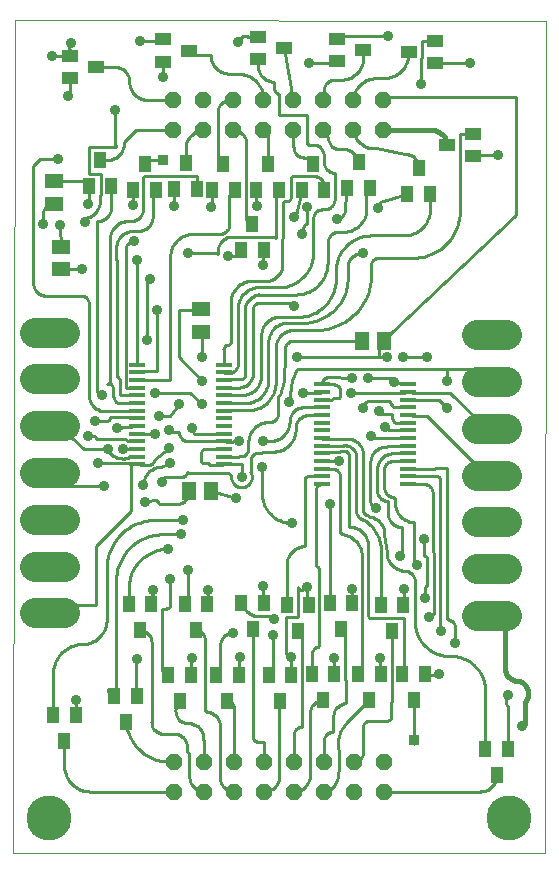
<source format=gbl>
G75*
G70*
%OFA0B0*%
%FSLAX24Y24*%
%IPPOS*%
%LPD*%
%AMOC8*
5,1,8,0,0,1.08239X$1,22.5*
%
%ADD10C,0.0000*%
%ADD11R,0.0550X0.0137*%
%ADD12C,0.1004*%
%ADD13R,0.0630X0.0512*%
%ADD14R,0.0512X0.0630*%
%ADD15OC8,0.0560*%
%ADD16R,0.0394X0.0551*%
%ADD17R,0.0551X0.0394*%
%ADD18C,0.0100*%
%ADD19C,0.0356*%
%ADD20C,0.0360*%
%ADD21C,0.0160*%
%ADD22R,0.0356X0.0356*%
%ADD23C,0.1502*%
D10*
X000860Y000100D02*
X000900Y027856D01*
X018601Y027844D01*
X018577Y000100D01*
X000860Y000100D01*
D11*
X004988Y013059D03*
X004988Y013315D03*
X004988Y013570D03*
X004988Y013826D03*
X004988Y014082D03*
X004988Y014338D03*
X004988Y014594D03*
X004988Y014850D03*
X004988Y015106D03*
X004988Y015362D03*
X004988Y015618D03*
X004988Y015874D03*
X004988Y016130D03*
X004988Y016385D03*
X007867Y016385D03*
X007867Y016130D03*
X007867Y015874D03*
X007867Y015618D03*
X007867Y015362D03*
X007867Y015106D03*
X007867Y014850D03*
X007867Y014594D03*
X007867Y014338D03*
X007867Y014082D03*
X007867Y013826D03*
X007867Y013570D03*
X007867Y013315D03*
X007867Y013059D03*
X011138Y013169D03*
X011138Y013425D03*
X011138Y013681D03*
X011138Y013937D03*
X011138Y014193D03*
X011138Y014448D03*
X011138Y014704D03*
X011138Y014960D03*
X011138Y015216D03*
X011138Y015472D03*
X011138Y015728D03*
X011138Y012913D03*
X011138Y012657D03*
X011138Y012401D03*
X014016Y012401D03*
X014016Y012657D03*
X014016Y012913D03*
X014016Y013169D03*
X014016Y013425D03*
X014016Y013681D03*
X014016Y013937D03*
X014016Y014193D03*
X014016Y014448D03*
X014016Y014704D03*
X014016Y014960D03*
X014016Y015216D03*
X014016Y015472D03*
X014016Y015728D03*
D12*
X016311Y015805D02*
X017315Y015805D01*
X017315Y017364D02*
X016311Y017364D01*
X016311Y014246D02*
X017315Y014246D01*
X017315Y012687D02*
X016311Y012687D01*
X016311Y011128D02*
X017315Y011128D01*
X017315Y009569D02*
X016311Y009569D01*
X016311Y008009D02*
X017315Y008009D01*
X002591Y008096D02*
X001587Y008096D01*
X001587Y009655D02*
X002591Y009655D01*
X002591Y011214D02*
X001587Y011214D01*
X001587Y012773D02*
X002591Y012773D01*
X002591Y014332D02*
X001587Y014332D01*
X001587Y015891D02*
X002591Y015891D01*
X002591Y017450D02*
X001587Y017450D01*
D13*
X002450Y019564D03*
X002450Y020312D03*
X002211Y021754D03*
X002211Y022502D03*
X007128Y018234D03*
X007128Y017486D03*
D14*
X007455Y012159D03*
X006707Y012159D03*
X012475Y017175D03*
X013223Y017175D03*
D15*
X013199Y024198D03*
X013199Y025198D03*
X012199Y025198D03*
X012199Y024198D03*
X011199Y024198D03*
X011199Y025198D03*
X010199Y025198D03*
X010199Y024198D03*
X009199Y024198D03*
X009199Y025198D03*
X008199Y025198D03*
X008199Y024198D03*
X007199Y024198D03*
X007199Y025198D03*
X006199Y025198D03*
X006199Y024198D03*
X006215Y003155D03*
X006215Y002155D03*
X007215Y002155D03*
X007215Y003155D03*
X008215Y003155D03*
X008215Y002155D03*
X009215Y002155D03*
X009215Y003155D03*
X010215Y003155D03*
X010215Y002155D03*
X011215Y002155D03*
X011215Y003155D03*
X012215Y003155D03*
X012215Y002155D03*
X013215Y002155D03*
X013215Y003155D03*
D16*
X012731Y005198D03*
X013105Y006065D03*
X013829Y006065D03*
X014203Y005198D03*
X014577Y006065D03*
X013483Y007521D03*
X013857Y008387D03*
X013109Y008387D03*
X012148Y008427D03*
X011400Y008427D03*
X011774Y007561D03*
X011553Y006065D03*
X010805Y006065D03*
X011179Y005198D03*
X010128Y006033D03*
X009754Y005167D03*
X009380Y006033D03*
X008368Y006033D03*
X007994Y005167D03*
X007620Y006033D03*
X006778Y006033D03*
X006404Y005167D03*
X006030Y006033D03*
X004975Y005348D03*
X004601Y004482D03*
X004227Y005348D03*
X002939Y004718D03*
X002565Y003852D03*
X002191Y004718D03*
X004703Y008395D03*
X005451Y008395D03*
X005077Y007529D03*
X006569Y008395D03*
X007317Y008395D03*
X006943Y007529D03*
X008463Y008435D03*
X008837Y007569D03*
X009211Y008435D03*
X009967Y008387D03*
X010341Y007521D03*
X010715Y008387D03*
X012357Y006065D03*
X016593Y003576D03*
X016967Y002710D03*
X017341Y003576D03*
X009203Y020206D03*
X008829Y021072D03*
X008455Y020206D03*
X008238Y022222D03*
X007864Y023088D03*
X007490Y022222D03*
X006975Y022254D03*
X006601Y023120D03*
X006227Y022254D03*
X005609Y022214D03*
X005234Y023080D03*
X004860Y022214D03*
X004116Y022332D03*
X003742Y023198D03*
X003368Y022332D03*
X008959Y022222D03*
X009707Y022222D03*
X009333Y023088D03*
X010479Y022222D03*
X010853Y023088D03*
X011227Y022222D03*
X011998Y022261D03*
X012372Y023128D03*
X012746Y022261D03*
X013998Y022072D03*
X014372Y022939D03*
X014746Y022072D03*
D17*
X015305Y023714D03*
X016171Y023340D03*
X016171Y024088D03*
X014912Y026439D03*
X014912Y027187D03*
X014046Y026813D03*
X012518Y026876D03*
X011652Y027250D03*
X011652Y026502D03*
X009872Y026946D03*
X009006Y026572D03*
X009006Y027320D03*
X006723Y026852D03*
X005857Y027226D03*
X005857Y026478D03*
X003605Y026301D03*
X002738Y026675D03*
X002738Y025927D03*
D18*
X002738Y025403D01*
X002736Y025388D01*
X002731Y025374D01*
X002723Y025361D01*
X002713Y025351D01*
X002700Y025343D01*
X002686Y025338D01*
X002671Y025336D01*
X002738Y026675D02*
X002160Y026675D01*
X002738Y026675D02*
X002738Y026899D01*
X002727Y026921D01*
X002720Y026943D01*
X002716Y026967D01*
X002717Y026991D01*
X002720Y027014D01*
X002728Y027037D01*
X002739Y027058D01*
X002753Y027077D01*
X002770Y027094D01*
X002789Y027108D01*
X002770Y027094D01*
X002753Y027077D01*
X002739Y027058D01*
X002728Y027037D01*
X002720Y027014D01*
X002717Y026991D01*
X002716Y026967D01*
X002720Y026943D01*
X002727Y026921D01*
X002738Y026899D01*
X003605Y026301D02*
X004266Y026301D01*
X004308Y026299D01*
X004349Y026293D01*
X004390Y026284D01*
X004430Y026270D01*
X004468Y026254D01*
X004504Y026233D01*
X004539Y026210D01*
X004571Y026183D01*
X004601Y026153D01*
X004628Y026121D01*
X004651Y026086D01*
X004672Y026050D01*
X004688Y026012D01*
X004702Y025972D01*
X004711Y025931D01*
X004717Y025890D01*
X004719Y025848D01*
X004718Y025848D02*
X004720Y025799D01*
X004725Y025751D01*
X004734Y025703D01*
X004747Y025656D01*
X004763Y025611D01*
X004782Y025566D01*
X004805Y025523D01*
X004831Y025482D01*
X004860Y025443D01*
X004892Y025406D01*
X004926Y025372D01*
X004963Y025340D01*
X005002Y025311D01*
X005043Y025285D01*
X005086Y025262D01*
X005131Y025243D01*
X005176Y025227D01*
X005223Y025214D01*
X005271Y025205D01*
X005319Y025200D01*
X005368Y025198D01*
X006199Y025198D01*
X005860Y025966D02*
X005858Y025967D01*
X005857Y025968D01*
X005856Y025970D01*
X005857Y025970D02*
X005857Y026478D01*
X005817Y027187D02*
X005073Y027187D01*
X005817Y027187D02*
X005827Y027188D01*
X005836Y027192D01*
X005845Y027198D01*
X005851Y027206D01*
X005855Y027216D01*
X005856Y027226D01*
X006722Y026852D02*
X006724Y026830D01*
X006729Y026809D01*
X006737Y026789D01*
X006748Y026771D01*
X006762Y026754D01*
X006779Y026740D01*
X006797Y026729D01*
X006817Y026721D01*
X006838Y026716D01*
X006860Y026714D01*
X007435Y026714D01*
X007437Y026665D01*
X007443Y026615D01*
X007452Y026567D01*
X007466Y026519D01*
X007483Y026473D01*
X007504Y026428D01*
X007528Y026385D01*
X007555Y026344D01*
X007586Y026305D01*
X007620Y026269D01*
X007656Y026235D01*
X007695Y026204D01*
X007736Y026177D01*
X007779Y026153D01*
X007824Y026132D01*
X007870Y026115D01*
X007918Y026101D01*
X007966Y026092D01*
X008016Y026086D01*
X008065Y026084D01*
X008341Y026084D01*
X009006Y026364D02*
X009006Y026572D01*
X008672Y027321D02*
X008643Y027328D01*
X008614Y027332D01*
X008584Y027333D01*
X008555Y027330D01*
X008526Y027324D01*
X008497Y027315D01*
X008471Y027303D01*
X008445Y027288D01*
X008422Y027270D01*
X008400Y027249D01*
X008381Y027227D01*
X008365Y027202D01*
X008351Y027175D01*
X008341Y027148D01*
X008671Y027320D02*
X009006Y027320D01*
X009872Y026946D02*
X010199Y025198D01*
X010664Y024706D02*
X010664Y023761D01*
X010665Y023751D01*
X010669Y023741D01*
X010675Y023733D01*
X010684Y023727D01*
X010693Y023723D01*
X010703Y023722D01*
X010821Y023722D01*
X010546Y023289D02*
X010510Y023291D01*
X010474Y023297D01*
X010439Y023306D01*
X010405Y023319D01*
X010373Y023335D01*
X010343Y023355D01*
X010314Y023378D01*
X010289Y023403D01*
X010266Y023432D01*
X010246Y023462D01*
X010230Y023494D01*
X010217Y023528D01*
X010208Y023563D01*
X010202Y023599D01*
X010200Y023635D01*
X010199Y023635D02*
X010199Y024198D01*
X010664Y024706D02*
X009719Y024706D01*
X009719Y025415D01*
X009697Y025417D01*
X009675Y025421D01*
X009654Y025429D01*
X009634Y025440D01*
X009616Y025453D01*
X009600Y025469D01*
X009587Y025487D01*
X009576Y025507D01*
X009568Y025528D01*
X009564Y025550D01*
X009562Y025572D01*
X009561Y025572D02*
X009561Y025809D01*
X009515Y025811D01*
X009470Y025817D01*
X009425Y025826D01*
X009381Y025839D01*
X009338Y025856D01*
X009297Y025876D01*
X009257Y025899D01*
X009220Y025926D01*
X009185Y025956D01*
X009153Y025988D01*
X009123Y026023D01*
X009096Y026060D01*
X009073Y026100D01*
X009053Y026141D01*
X009036Y026184D01*
X009023Y026228D01*
X009014Y026273D01*
X009008Y026318D01*
X009006Y026364D01*
X009199Y025226D02*
X009199Y025198D01*
X009199Y025226D02*
X009197Y025282D01*
X009192Y025338D01*
X009183Y025393D01*
X009170Y025448D01*
X009153Y025502D01*
X009134Y025554D01*
X009111Y025605D01*
X009084Y025655D01*
X009054Y025703D01*
X009022Y025748D01*
X008986Y025792D01*
X008948Y025833D01*
X008907Y025871D01*
X008863Y025907D01*
X008818Y025939D01*
X008770Y025969D01*
X008720Y025996D01*
X008669Y026019D01*
X008617Y026038D01*
X008563Y026055D01*
X008508Y026068D01*
X008453Y026077D01*
X008397Y026082D01*
X008341Y026084D01*
X008199Y025198D02*
X008046Y025198D01*
X008009Y025196D01*
X007973Y025191D01*
X007937Y025182D01*
X007903Y025170D01*
X007870Y025154D01*
X007838Y025135D01*
X007809Y025113D01*
X007782Y025088D01*
X007757Y025061D01*
X007735Y025032D01*
X007716Y025000D01*
X007700Y024967D01*
X007688Y024933D01*
X007679Y024897D01*
X007674Y024861D01*
X007672Y024824D01*
X007671Y024824D02*
X007671Y023281D01*
X007673Y023256D01*
X007678Y023231D01*
X007686Y023207D01*
X007697Y023185D01*
X007711Y023164D01*
X007728Y023145D01*
X007747Y023128D01*
X007767Y023114D01*
X007790Y023103D01*
X007814Y023095D01*
X007839Y023090D01*
X007864Y023088D01*
X008616Y023781D02*
X008614Y023819D01*
X008609Y023858D01*
X008600Y023895D01*
X008588Y023932D01*
X008572Y023967D01*
X008554Y024001D01*
X008532Y024032D01*
X008507Y024062D01*
X008480Y024089D01*
X008450Y024114D01*
X008419Y024136D01*
X008385Y024154D01*
X008350Y024170D01*
X008313Y024182D01*
X008276Y024191D01*
X008237Y024196D01*
X008199Y024198D01*
X008616Y023781D02*
X008616Y021285D01*
X008618Y021257D01*
X008623Y021230D01*
X008632Y021203D01*
X008645Y021179D01*
X008660Y021155D01*
X008678Y021134D01*
X008699Y021116D01*
X008722Y021101D01*
X008747Y021088D01*
X008774Y021079D01*
X008801Y021074D01*
X008829Y021072D01*
X008801Y021074D01*
X008774Y021079D01*
X008747Y021088D01*
X008722Y021101D01*
X008699Y021116D01*
X008678Y021134D01*
X008660Y021155D01*
X008645Y021179D01*
X008632Y021203D01*
X008623Y021230D01*
X008618Y021257D01*
X008616Y021285D01*
X008959Y021687D02*
X008959Y022222D01*
X008959Y021687D02*
X008960Y021682D01*
X008963Y021679D01*
X008966Y021676D01*
X008971Y021675D01*
X009601Y022116D02*
X009601Y020612D01*
X009600Y020612D02*
X009599Y020622D01*
X009595Y020631D01*
X009589Y020640D01*
X009581Y020646D01*
X009571Y020650D01*
X009561Y020651D01*
X008144Y020651D01*
X008065Y021084D02*
X008065Y022049D01*
X008067Y022074D01*
X008072Y022098D01*
X008081Y022121D01*
X008092Y022143D01*
X008107Y022162D01*
X008125Y022180D01*
X008144Y022195D01*
X008166Y022206D01*
X008189Y022215D01*
X008213Y022220D01*
X008238Y022222D01*
X007490Y022222D02*
X007490Y021691D01*
X007489Y021679D01*
X007485Y021667D01*
X007478Y021657D01*
X007469Y021648D01*
X007459Y021641D01*
X007447Y021637D01*
X007435Y021636D01*
X008065Y021084D02*
X008063Y021049D01*
X008058Y021015D01*
X008050Y020981D01*
X008038Y020949D01*
X008023Y020917D01*
X008005Y020887D01*
X007985Y020859D01*
X007961Y020834D01*
X007936Y020810D01*
X007908Y020790D01*
X007878Y020772D01*
X007846Y020757D01*
X007814Y020745D01*
X007780Y020737D01*
X007746Y020732D01*
X007711Y020730D01*
X006805Y020730D01*
X006687Y020100D02*
X007632Y020100D01*
X007642Y020099D01*
X007652Y020095D01*
X007660Y020089D01*
X007666Y020080D01*
X007670Y020071D01*
X007671Y020061D01*
X007671Y020179D01*
X008026Y020021D02*
X008270Y020021D01*
X008296Y020023D01*
X008322Y020028D01*
X008347Y020038D01*
X008370Y020050D01*
X008391Y020066D01*
X008410Y020085D01*
X008426Y020106D01*
X008438Y020129D01*
X008448Y020154D01*
X008453Y020180D01*
X008455Y020206D01*
X008144Y020651D02*
X008103Y020649D01*
X008062Y020644D01*
X008022Y020635D01*
X007983Y020623D01*
X007945Y020607D01*
X007908Y020588D01*
X007873Y020566D01*
X007841Y020541D01*
X007810Y020513D01*
X007782Y020482D01*
X007757Y020450D01*
X007735Y020415D01*
X007716Y020378D01*
X007700Y020340D01*
X007688Y020301D01*
X007679Y020261D01*
X007674Y020220D01*
X007672Y020179D01*
X006805Y020730D02*
X006754Y020728D01*
X006704Y020723D01*
X006654Y020714D01*
X006605Y020701D01*
X006557Y020685D01*
X006510Y020666D01*
X006465Y020643D01*
X006422Y020617D01*
X006380Y020589D01*
X006341Y020557D01*
X006304Y020522D01*
X006269Y020485D01*
X006237Y020446D01*
X006209Y020404D01*
X006183Y020361D01*
X006160Y020316D01*
X006141Y020269D01*
X006125Y020221D01*
X006112Y020172D01*
X006103Y020122D01*
X006098Y020072D01*
X006096Y020021D01*
X006097Y020021D02*
X006097Y015887D01*
X006096Y015882D01*
X006093Y015877D01*
X006088Y015874D01*
X006083Y015873D01*
X006083Y015874D02*
X004988Y015874D01*
X004988Y015618D02*
X004607Y015618D01*
X004604Y015617D01*
X004602Y015615D01*
X004601Y015612D01*
X004601Y020218D01*
X004600Y020218D02*
X004602Y020249D01*
X004607Y020279D01*
X004615Y020309D01*
X004627Y020338D01*
X004642Y020365D01*
X004660Y020390D01*
X004681Y020413D01*
X004704Y020434D01*
X004729Y020452D01*
X004756Y020467D01*
X004785Y020479D01*
X004815Y020487D01*
X004845Y020492D01*
X004876Y020494D01*
X004876Y020848D02*
X004830Y020846D01*
X004784Y020841D01*
X004738Y020832D01*
X004693Y020819D01*
X004650Y020803D01*
X004608Y020784D01*
X004567Y020761D01*
X004529Y020735D01*
X004492Y020706D01*
X004458Y020675D01*
X004427Y020641D01*
X004398Y020604D01*
X004372Y020566D01*
X004349Y020525D01*
X004330Y020483D01*
X004314Y020440D01*
X004301Y020395D01*
X004292Y020349D01*
X004287Y020303D01*
X004285Y020257D01*
X004286Y020257D02*
X004286Y019864D01*
X004286Y019863D02*
X004296Y019862D01*
X004306Y019858D01*
X004314Y019852D01*
X004320Y019843D01*
X004324Y019834D01*
X004325Y019824D01*
X004325Y015966D01*
X004340Y015964D01*
X004355Y015960D01*
X004369Y015953D01*
X004381Y015943D01*
X004391Y015931D01*
X004398Y015917D01*
X004402Y015902D01*
X004404Y015887D01*
X004404Y015415D01*
X004406Y015401D01*
X004411Y015388D01*
X004420Y015378D01*
X004431Y015369D01*
X004443Y015364D01*
X004457Y015362D01*
X004988Y015362D01*
X004988Y015106D02*
X004398Y015106D01*
X004373Y015108D01*
X004349Y015113D01*
X004325Y015121D01*
X004302Y015132D01*
X004282Y015145D01*
X004263Y015162D01*
X004246Y015181D01*
X004233Y015202D01*
X004222Y015224D01*
X004214Y015248D01*
X004209Y015272D01*
X004207Y015297D01*
X004197Y015298D01*
X004188Y015302D01*
X004179Y015308D01*
X004173Y015316D01*
X004169Y015326D01*
X004168Y015336D01*
X004168Y015651D01*
X004166Y015666D01*
X004162Y015681D01*
X004155Y015695D01*
X004145Y015707D01*
X004133Y015717D01*
X004119Y015724D01*
X004104Y015728D01*
X004089Y015730D01*
X003971Y015730D01*
X003991Y015732D01*
X004011Y015737D01*
X004030Y015746D01*
X004047Y015758D01*
X004061Y015772D01*
X004073Y015789D01*
X004082Y015808D01*
X004087Y015828D01*
X004089Y015848D01*
X004089Y020612D01*
X004091Y020658D01*
X004097Y020703D01*
X004106Y020747D01*
X004119Y020791D01*
X004135Y020833D01*
X004155Y020874D01*
X004179Y020913D01*
X004205Y020950D01*
X004235Y020985D01*
X004267Y021017D01*
X004302Y021047D01*
X004339Y021073D01*
X004378Y021097D01*
X004419Y021117D01*
X004461Y021133D01*
X004505Y021146D01*
X004549Y021155D01*
X004594Y021161D01*
X004640Y021163D01*
X004758Y021163D01*
X005034Y020848D02*
X005075Y020850D01*
X005116Y020855D01*
X005156Y020864D01*
X005195Y020876D01*
X005233Y020892D01*
X005270Y020911D01*
X005305Y020933D01*
X005337Y020958D01*
X005368Y020986D01*
X005396Y021017D01*
X005421Y021049D01*
X005443Y021084D01*
X005462Y021121D01*
X005478Y021159D01*
X005490Y021198D01*
X005499Y021238D01*
X005504Y021279D01*
X005506Y021320D01*
X005506Y022112D01*
X005507Y022112D02*
X005509Y022130D01*
X005513Y022147D01*
X005521Y022163D01*
X005531Y022178D01*
X005543Y022190D01*
X005558Y022200D01*
X005574Y022208D01*
X005591Y022212D01*
X005609Y022214D01*
X005192Y022620D02*
X005193Y022630D01*
X005197Y022639D01*
X005203Y022648D01*
X005212Y022654D01*
X005221Y022658D01*
X005231Y022659D01*
X006963Y022659D01*
X006968Y022658D01*
X006971Y022655D01*
X006974Y022652D01*
X006975Y022647D01*
X006975Y022254D01*
X006601Y023120D02*
X006601Y023600D01*
X006199Y024198D02*
X004959Y024198D01*
X004561Y023801D01*
X004286Y023722D02*
X004286Y023643D01*
X003380Y023643D01*
X003380Y022738D01*
X003774Y022738D01*
X003774Y022029D01*
X003734Y022029D01*
X004117Y021624D02*
X004115Y021584D01*
X004110Y021544D01*
X004101Y021505D01*
X004089Y021466D01*
X004074Y021429D01*
X004055Y021393D01*
X004034Y021360D01*
X004009Y021328D01*
X003982Y021298D01*
X003952Y021271D01*
X003920Y021246D01*
X003886Y021225D01*
X003851Y021206D01*
X003814Y021191D01*
X003775Y021179D01*
X003736Y021170D01*
X003696Y021165D01*
X003656Y021163D01*
X003656Y015533D01*
X003658Y015511D01*
X003662Y015489D01*
X003670Y015468D01*
X003681Y015448D01*
X003694Y015430D01*
X003710Y015414D01*
X003728Y015401D01*
X003748Y015390D01*
X003769Y015382D01*
X003791Y015378D01*
X003813Y015376D01*
X003380Y015376D02*
X003382Y015330D01*
X003388Y015285D01*
X003397Y015241D01*
X003410Y015197D01*
X003426Y015155D01*
X003446Y015114D01*
X003470Y015075D01*
X003496Y015038D01*
X003526Y015003D01*
X003558Y014971D01*
X003593Y014941D01*
X003630Y014915D01*
X003669Y014891D01*
X003710Y014871D01*
X003752Y014855D01*
X003796Y014842D01*
X003840Y014833D01*
X003885Y014827D01*
X003931Y014825D01*
X003931Y014824D02*
X004962Y014824D01*
X004970Y014825D01*
X004977Y014829D01*
X004983Y014835D01*
X004987Y014842D01*
X004988Y014850D01*
X004955Y014628D02*
X004089Y014628D01*
X004087Y014608D01*
X004082Y014588D01*
X004073Y014569D01*
X004061Y014552D01*
X004047Y014538D01*
X004030Y014526D01*
X004011Y014517D01*
X003991Y014512D01*
X003971Y014510D01*
X003971Y014509D02*
X003577Y014509D01*
X003538Y013998D02*
X003341Y013998D01*
X003538Y013998D02*
X003553Y013996D01*
X003568Y013992D01*
X003582Y013985D01*
X003594Y013975D01*
X003604Y013963D01*
X003611Y013949D01*
X003615Y013934D01*
X003617Y013919D01*
X003616Y013919D02*
X004561Y013919D01*
X004576Y013917D01*
X004591Y013913D01*
X004605Y013906D01*
X004617Y013896D01*
X004627Y013884D01*
X004634Y013870D01*
X004638Y013855D01*
X004640Y013840D01*
X004974Y013840D01*
X004979Y013839D01*
X004984Y013836D01*
X004987Y013831D01*
X004988Y013826D01*
X004988Y013570D02*
X004503Y013574D01*
X004772Y013314D02*
X004729Y013295D01*
X004685Y013279D01*
X004640Y013267D01*
X004594Y013258D01*
X004547Y013254D01*
X004500Y013253D01*
X004454Y013256D01*
X004407Y013264D01*
X004362Y013274D01*
X004317Y013289D01*
X004274Y013307D01*
X004232Y013329D01*
X004193Y013354D01*
X004155Y013382D01*
X004121Y013414D01*
X004088Y013448D01*
X004059Y013484D01*
X004033Y013523D01*
X004010Y013564D01*
X004010Y013565D02*
X003223Y013565D01*
X002435Y014273D01*
X002089Y014332D01*
X002089Y012773D02*
X002091Y012733D01*
X002096Y012694D01*
X002105Y012656D01*
X002118Y012618D01*
X002134Y012582D01*
X002153Y012547D01*
X002176Y012514D01*
X002201Y012484D01*
X002229Y012456D01*
X002259Y012431D01*
X002292Y012408D01*
X002327Y012389D01*
X002363Y012373D01*
X002401Y012360D01*
X002439Y012351D01*
X002478Y012346D01*
X002518Y012344D01*
X003892Y012344D01*
X003695Y013092D02*
X004797Y013092D01*
X004988Y013059D01*
X005152Y013053D01*
X005427Y013053D01*
X005428Y013053D02*
X005449Y013058D01*
X005469Y013066D01*
X005488Y013077D01*
X005505Y013091D01*
X005519Y013108D01*
X005531Y013126D01*
X005540Y013146D01*
X005545Y013167D01*
X005547Y013189D01*
X005546Y013211D01*
X005546Y013210D02*
X006057Y013604D01*
X006097Y013092D02*
X005782Y012974D01*
X005990Y012650D02*
X006490Y012650D01*
X006513Y012652D01*
X006535Y012656D01*
X006556Y012664D01*
X006577Y012675D01*
X006595Y012689D01*
X006611Y012705D01*
X006625Y012723D01*
X006636Y012744D01*
X006644Y012765D01*
X006648Y012787D01*
X006650Y012810D01*
X006680Y012780D01*
X007980Y012780D01*
X008002Y012778D01*
X008023Y012773D01*
X008044Y012765D01*
X008062Y012753D01*
X008079Y012739D01*
X008093Y012722D01*
X008105Y012704D01*
X008113Y012683D01*
X008118Y012662D01*
X008120Y012640D01*
X008121Y012640D02*
X008123Y012604D01*
X008128Y012569D01*
X008138Y012534D01*
X008151Y012500D01*
X008167Y012468D01*
X008186Y012438D01*
X008209Y012410D01*
X008234Y012385D01*
X008262Y012362D01*
X008292Y012342D01*
X008324Y012326D01*
X008358Y012313D01*
X008393Y012304D01*
X008428Y012298D01*
X008464Y012296D01*
X008500Y012298D01*
X008535Y012303D01*
X008570Y012312D01*
X008604Y012325D01*
X008636Y012341D01*
X008666Y012361D01*
X008694Y012383D01*
X008720Y012409D01*
X008742Y012436D01*
X008762Y012467D01*
X008779Y012498D01*
X008792Y012532D01*
X008801Y012567D01*
X008807Y012602D01*
X008809Y012638D01*
X008807Y012674D01*
X008802Y012709D01*
X008793Y012744D01*
X008780Y012778D01*
X008764Y012810D01*
X008769Y012811D01*
X008773Y012815D01*
X008774Y012820D01*
X008774Y013210D01*
X008774Y013211D02*
X008778Y013241D01*
X008786Y013271D01*
X008797Y013300D01*
X008812Y013328D01*
X008830Y013353D01*
X008851Y013376D01*
X008875Y013396D01*
X008901Y013413D01*
X008928Y013427D01*
X008958Y013438D01*
X008988Y013445D01*
X009019Y013448D01*
X009050Y013447D01*
X009050Y013446D02*
X009066Y013440D01*
X009083Y013437D01*
X009100Y013438D01*
X009117Y013442D01*
X009133Y013449D01*
X009147Y013459D01*
X009159Y013471D01*
X009168Y013486D01*
X009522Y013486D01*
X008695Y013801D02*
X008697Y013851D01*
X008702Y013901D01*
X008712Y013950D01*
X008725Y013998D01*
X008741Y014045D01*
X008761Y014091D01*
X008785Y014136D01*
X008811Y014178D01*
X008841Y014218D01*
X008874Y014256D01*
X008909Y014291D01*
X008947Y014324D01*
X008987Y014354D01*
X009029Y014380D01*
X009074Y014404D01*
X009120Y014424D01*
X009167Y014440D01*
X009215Y014453D01*
X009264Y014463D01*
X009314Y014468D01*
X009364Y014470D01*
X009404Y014470D01*
X009390Y013826D02*
X009441Y013828D01*
X009492Y013834D01*
X009542Y013843D01*
X009591Y013856D01*
X009640Y013873D01*
X009686Y013894D01*
X009732Y013918D01*
X009775Y013945D01*
X009816Y013975D01*
X009855Y014008D01*
X009891Y014044D01*
X009924Y014083D01*
X009954Y014124D01*
X009981Y014168D01*
X010005Y014213D01*
X010026Y014259D01*
X010043Y014308D01*
X010056Y014357D01*
X010065Y014407D01*
X010071Y014458D01*
X010073Y014509D01*
X010270Y014273D02*
X010270Y014234D01*
X010073Y014509D02*
X010075Y014551D01*
X010081Y014592D01*
X010090Y014632D01*
X010103Y014672D01*
X010120Y014710D01*
X010141Y014746D01*
X010164Y014781D01*
X010191Y014813D01*
X010220Y014842D01*
X010252Y014869D01*
X010287Y014892D01*
X010323Y014913D01*
X010361Y014930D01*
X010401Y014943D01*
X010441Y014952D01*
X010482Y014958D01*
X010524Y014960D01*
X011138Y014960D01*
X011138Y014704D02*
X010701Y014704D01*
X010661Y014702D01*
X010622Y014697D01*
X010583Y014688D01*
X010545Y014675D01*
X010509Y014659D01*
X010474Y014639D01*
X010441Y014617D01*
X010411Y014592D01*
X010382Y014563D01*
X010357Y014533D01*
X010335Y014500D01*
X010315Y014465D01*
X010299Y014429D01*
X010286Y014391D01*
X010277Y014352D01*
X010272Y014313D01*
X010270Y014273D01*
X010034Y015139D02*
X010154Y015867D01*
X010309Y016242D01*
X015349Y016242D01*
X015309Y016202D01*
X015309Y015848D01*
X015349Y016242D02*
X016215Y016242D01*
X016609Y015848D01*
X016813Y015805D01*
X015427Y015454D02*
X016609Y014273D01*
X016813Y014246D01*
X016813Y012687D02*
X016609Y012698D01*
X014640Y014667D01*
X014246Y014667D01*
X014016Y014704D01*
X014016Y014448D02*
X013638Y014448D01*
X013616Y014450D01*
X013595Y014455D01*
X013574Y014463D01*
X013556Y014475D01*
X013539Y014489D01*
X013525Y014506D01*
X013513Y014524D01*
X013505Y014545D01*
X013500Y014566D01*
X013498Y014588D01*
X013498Y014667D01*
X013499Y014667D02*
X013497Y014682D01*
X013493Y014697D01*
X013486Y014711D01*
X013476Y014723D01*
X013464Y014733D01*
X013450Y014740D01*
X013435Y014744D01*
X013420Y014746D01*
X012986Y014746D01*
X012986Y014745D02*
X013001Y014747D01*
X013016Y014751D01*
X013030Y014758D01*
X013042Y014768D01*
X013052Y014780D01*
X013059Y014794D01*
X013063Y014809D01*
X013065Y014824D01*
X013262Y014313D02*
X013382Y014193D01*
X014016Y014193D01*
X014016Y013937D02*
X012790Y013937D01*
X012790Y013998D01*
X012514Y013446D02*
X012514Y011596D01*
X012278Y011636D02*
X012272Y011601D01*
X012269Y011565D01*
X012270Y011529D01*
X012274Y011494D01*
X012282Y011459D01*
X012294Y011426D01*
X012308Y011393D01*
X012326Y011362D01*
X012346Y011333D01*
X012370Y011306D01*
X012396Y011282D01*
X012424Y011260D01*
X012454Y011241D01*
X012486Y011225D01*
X012519Y011212D01*
X012553Y011203D01*
X012671Y011360D02*
X012711Y011320D01*
X012672Y011360D02*
X012646Y011367D01*
X012622Y011377D01*
X012599Y011390D01*
X012578Y011406D01*
X012560Y011425D01*
X012544Y011446D01*
X012531Y011468D01*
X012521Y011493D01*
X012514Y011518D01*
X012510Y011544D01*
X012510Y011570D01*
X012514Y011596D01*
X012278Y011635D02*
X012278Y013407D01*
X012042Y013210D02*
X012042Y011006D01*
X012043Y010996D01*
X012047Y010986D01*
X012053Y010978D01*
X012062Y010972D01*
X012071Y010968D01*
X012081Y010967D01*
X012081Y010966D02*
X012160Y010966D01*
X011766Y010769D02*
X011756Y012648D01*
X011753Y012679D01*
X011747Y012709D01*
X011737Y012738D01*
X011725Y012766D01*
X011709Y012792D01*
X011690Y012817D01*
X011669Y012839D01*
X011646Y012859D01*
X011620Y012876D01*
X011593Y012890D01*
X011564Y012900D01*
X011534Y012908D01*
X011504Y012912D01*
X011473Y012913D01*
X011138Y012913D01*
X011136Y012659D02*
X010664Y012659D01*
X010649Y012657D01*
X010634Y012653D01*
X010620Y012646D01*
X010608Y012636D01*
X010598Y012624D01*
X010591Y012610D01*
X010587Y012595D01*
X010585Y012580D01*
X010585Y010336D01*
X010537Y010334D01*
X010488Y010328D01*
X010441Y010319D01*
X010394Y010306D01*
X010349Y010289D01*
X010304Y010269D01*
X010262Y010245D01*
X010222Y010218D01*
X010184Y010188D01*
X010148Y010155D01*
X010115Y010119D01*
X010085Y010081D01*
X010058Y010041D01*
X010034Y009999D01*
X010014Y009954D01*
X009997Y009909D01*
X009984Y009862D01*
X009975Y009815D01*
X009969Y009766D01*
X009967Y009718D01*
X009967Y008387D01*
X009967Y008388D02*
X009957Y008390D01*
X009949Y008394D01*
X009942Y008401D01*
X009938Y008409D01*
X009936Y008419D01*
X009994Y007974D02*
X010349Y007974D01*
X010349Y008958D01*
X010355Y008940D01*
X010364Y008922D01*
X010376Y008907D01*
X010392Y008895D01*
X010409Y008886D01*
X010428Y008880D01*
X010447Y008878D01*
X010467Y008880D01*
X010664Y008958D01*
X010664Y008439D01*
X010666Y008426D01*
X010671Y008413D01*
X010679Y008403D01*
X010690Y008395D01*
X010702Y008390D01*
X010715Y008388D01*
X009994Y007974D02*
X009984Y007973D01*
X009975Y007969D01*
X009966Y007963D01*
X009960Y007954D01*
X009956Y007945D01*
X009955Y007935D01*
X009955Y006793D01*
X009957Y006771D01*
X009961Y006749D01*
X009969Y006728D01*
X009980Y006708D01*
X009993Y006690D01*
X010009Y006674D01*
X010027Y006661D01*
X010047Y006650D01*
X010068Y006642D01*
X010090Y006638D01*
X010112Y006636D01*
X010112Y006635D02*
X010128Y006033D01*
X009522Y006175D02*
X009522Y007383D01*
X009561Y007895D02*
X009559Y007915D01*
X009554Y007935D01*
X009545Y007954D01*
X009533Y007971D01*
X009519Y007985D01*
X009502Y007997D01*
X009483Y008006D01*
X009463Y008011D01*
X009443Y008013D01*
X008971Y008013D01*
X008931Y008015D01*
X008891Y008020D01*
X008853Y008030D01*
X008815Y008042D01*
X008778Y008058D01*
X008743Y008078D01*
X008710Y008100D01*
X008679Y008126D01*
X008651Y008154D01*
X008625Y008185D01*
X008603Y008218D01*
X008583Y008253D01*
X008567Y008290D01*
X008555Y008328D01*
X008545Y008366D01*
X008540Y008406D01*
X008538Y008446D01*
X008451Y008446D01*
X008451Y008447D02*
X008431Y008449D01*
X008412Y008454D01*
X008394Y008462D01*
X008378Y008474D01*
X008364Y008488D01*
X008352Y008504D01*
X008344Y008522D01*
X008339Y008541D01*
X008337Y008561D01*
X008339Y008541D01*
X008343Y008522D01*
X008351Y008504D01*
X008361Y008487D01*
X008374Y008472D01*
X008389Y008459D01*
X008406Y008449D01*
X008424Y008441D01*
X008443Y008437D01*
X008463Y008435D01*
X008837Y007569D02*
X008837Y004013D01*
X008836Y004013D02*
X008838Y003985D01*
X008843Y003958D01*
X008852Y003931D01*
X008865Y003907D01*
X008880Y003883D01*
X008898Y003862D01*
X008919Y003844D01*
X008942Y003829D01*
X008967Y003816D01*
X008994Y003807D01*
X009021Y003802D01*
X009049Y003800D01*
X009049Y003801D02*
X009215Y003801D01*
X009215Y003155D01*
X009719Y002659D02*
X009717Y002615D01*
X009711Y002571D01*
X009702Y002529D01*
X009689Y002487D01*
X009672Y002446D01*
X009651Y002407D01*
X009628Y002370D01*
X009601Y002335D01*
X009571Y002303D01*
X009539Y002273D01*
X009504Y002246D01*
X009467Y002223D01*
X009428Y002202D01*
X009387Y002185D01*
X009345Y002172D01*
X009303Y002163D01*
X009259Y002157D01*
X009215Y002155D01*
X009719Y002659D02*
X009719Y005131D01*
X009721Y005142D01*
X009726Y005152D01*
X009733Y005159D01*
X009743Y005164D01*
X009754Y005166D01*
X009380Y006033D02*
X009402Y006035D01*
X009424Y006040D01*
X009444Y006048D01*
X009463Y006060D01*
X009480Y006075D01*
X009495Y006092D01*
X009507Y006111D01*
X009515Y006131D01*
X009520Y006153D01*
X009522Y006175D01*
X010341Y007521D02*
X010467Y007521D01*
X010467Y004313D01*
X010437Y004311D01*
X010407Y004306D01*
X010378Y004297D01*
X010350Y004284D01*
X010324Y004268D01*
X010300Y004250D01*
X010278Y004228D01*
X010260Y004204D01*
X010244Y004178D01*
X010231Y004150D01*
X010222Y004121D01*
X010217Y004091D01*
X010215Y004061D01*
X010215Y003155D01*
X010743Y002683D02*
X010741Y002639D01*
X010736Y002596D01*
X010727Y002553D01*
X010714Y002512D01*
X010699Y002471D01*
X010679Y002432D01*
X010657Y002394D01*
X010632Y002359D01*
X010603Y002325D01*
X010573Y002295D01*
X010539Y002266D01*
X010504Y002241D01*
X010466Y002219D01*
X010427Y002199D01*
X010386Y002184D01*
X010345Y002171D01*
X010302Y002162D01*
X010259Y002157D01*
X010215Y002155D01*
X010742Y002683D02*
X010742Y004761D01*
X010744Y004801D01*
X010749Y004841D01*
X010759Y004881D01*
X010772Y004919D01*
X010788Y004956D01*
X010807Y004991D01*
X010830Y005024D01*
X010856Y005055D01*
X010885Y005084D01*
X010916Y005110D01*
X010949Y005133D01*
X010984Y005152D01*
X011021Y005168D01*
X011059Y005181D01*
X011099Y005191D01*
X011139Y005196D01*
X011179Y005198D01*
X011530Y004667D02*
X011530Y004155D01*
X011497Y004153D01*
X011465Y004148D01*
X011433Y004140D01*
X011402Y004128D01*
X011373Y004113D01*
X011345Y004095D01*
X011319Y004074D01*
X011296Y004051D01*
X011275Y004025D01*
X011257Y003997D01*
X011242Y003968D01*
X011230Y003937D01*
X011222Y003905D01*
X011217Y003873D01*
X011215Y003840D01*
X011215Y003155D01*
X011687Y002698D02*
X011681Y002650D01*
X011672Y002603D01*
X011659Y002557D01*
X011642Y002511D01*
X011621Y002468D01*
X011598Y002426D01*
X011570Y002386D01*
X011540Y002348D01*
X011507Y002313D01*
X011472Y002281D01*
X011433Y002252D01*
X011393Y002225D01*
X011351Y002202D01*
X011307Y002183D01*
X011261Y002167D01*
X011214Y002154D01*
X012215Y003155D02*
X012248Y003157D01*
X012282Y003162D01*
X012314Y003172D01*
X012345Y003185D01*
X012374Y003201D01*
X012401Y003220D01*
X012426Y003243D01*
X012449Y003268D01*
X012468Y003295D01*
X012484Y003324D01*
X012497Y003355D01*
X012507Y003387D01*
X012512Y003421D01*
X012514Y003454D01*
X012514Y004313D01*
X012516Y004339D01*
X012521Y004364D01*
X012529Y004388D01*
X012540Y004412D01*
X012555Y004433D01*
X012572Y004452D01*
X012591Y004469D01*
X012612Y004484D01*
X012636Y004495D01*
X012660Y004503D01*
X012685Y004508D01*
X012711Y004510D01*
X012711Y004509D02*
X013301Y004509D01*
X013301Y004510D02*
X013323Y004512D01*
X013345Y004516D01*
X013366Y004524D01*
X013386Y004535D01*
X013404Y004548D01*
X013420Y004564D01*
X013433Y004582D01*
X013444Y004602D01*
X013452Y004623D01*
X013456Y004645D01*
X013458Y004667D01*
X013459Y004667D02*
X013459Y005139D01*
X013466Y005140D01*
X013473Y005144D01*
X013478Y005149D01*
X013482Y005156D01*
X013483Y005163D01*
X013483Y007521D01*
X013892Y007935D02*
X012790Y007935D01*
X012770Y007937D01*
X012750Y007942D01*
X012731Y007951D01*
X012714Y007963D01*
X012700Y007977D01*
X012688Y007994D01*
X012679Y008013D01*
X012674Y008033D01*
X012672Y008053D01*
X012671Y008053D02*
X012671Y010297D01*
X012475Y009943D02*
X012475Y006206D01*
X012474Y006206D02*
X012475Y006201D01*
X012478Y006198D01*
X012481Y006195D01*
X012486Y006194D01*
X012487Y006194D02*
X012485Y006174D01*
X012481Y006154D01*
X012473Y006135D01*
X012462Y006118D01*
X012449Y006102D01*
X012433Y006089D01*
X012416Y006078D01*
X012397Y006070D01*
X012377Y006066D01*
X012357Y006064D01*
X011963Y005848D02*
X011963Y005100D01*
X011923Y005098D01*
X011883Y005093D01*
X011845Y005083D01*
X011807Y005071D01*
X011770Y005055D01*
X011735Y005035D01*
X011702Y005013D01*
X011671Y004987D01*
X011643Y004959D01*
X011617Y004928D01*
X011595Y004895D01*
X011575Y004860D01*
X011559Y004823D01*
X011547Y004785D01*
X011537Y004747D01*
X011532Y004707D01*
X011530Y004667D01*
X011963Y004431D02*
X012731Y005198D01*
X013105Y006065D02*
X013090Y006590D01*
X013829Y006065D02*
X013843Y006067D01*
X013856Y006071D01*
X013868Y006079D01*
X013878Y006089D01*
X013886Y006101D01*
X013890Y006114D01*
X013892Y006128D01*
X013892Y007935D01*
X013892Y008423D02*
X013892Y008919D01*
X014016Y013681D02*
X013817Y013686D01*
X013617Y013682D01*
X013418Y013671D01*
X013220Y013650D01*
X013516Y013425D02*
X014016Y013425D01*
X014016Y013169D02*
X013496Y013169D01*
X013220Y013650D02*
X013176Y013643D01*
X013133Y013632D01*
X013091Y013617D01*
X013050Y013599D01*
X013011Y013577D01*
X012974Y013552D01*
X012939Y013524D01*
X012907Y013494D01*
X012877Y013460D01*
X012850Y013424D01*
X012827Y013386D01*
X012807Y013347D01*
X012790Y013305D01*
X012777Y013262D01*
X012768Y013219D01*
X012762Y013175D01*
X012760Y013130D01*
X012760Y011820D01*
X012762Y011794D01*
X012767Y011768D01*
X012775Y011743D01*
X012787Y011720D01*
X012801Y011698D01*
X012819Y011679D01*
X012838Y011661D01*
X012860Y011647D01*
X012883Y011635D01*
X012908Y011627D01*
X012934Y011622D01*
X012960Y011620D01*
X013341Y011439D02*
X013341Y011832D01*
X013577Y011872D02*
X013577Y011950D01*
X013341Y011833D02*
X013306Y011835D01*
X013272Y011840D01*
X013238Y011848D01*
X013206Y011860D01*
X013174Y011875D01*
X013144Y011893D01*
X013116Y011913D01*
X013091Y011937D01*
X013067Y011962D01*
X013047Y011990D01*
X013029Y012020D01*
X013014Y012052D01*
X013002Y012084D01*
X012994Y012118D01*
X012989Y012152D01*
X012987Y012187D01*
X012986Y012187D02*
X012986Y012895D01*
X013223Y012895D02*
X013223Y012305D01*
X013225Y012270D01*
X013230Y012236D01*
X013238Y012202D01*
X013250Y012170D01*
X013265Y012138D01*
X013283Y012108D01*
X013303Y012080D01*
X013327Y012055D01*
X013352Y012031D01*
X013380Y012011D01*
X013410Y011993D01*
X013442Y011978D01*
X013474Y011966D01*
X013508Y011958D01*
X013542Y011953D01*
X013577Y011951D01*
X013341Y011439D02*
X013343Y011398D01*
X013348Y011357D01*
X013357Y011317D01*
X013369Y011278D01*
X013385Y011240D01*
X013404Y011203D01*
X013426Y011168D01*
X013451Y011136D01*
X013479Y011105D01*
X013510Y011077D01*
X013542Y011052D01*
X013577Y011030D01*
X013614Y011011D01*
X013652Y010995D01*
X013691Y010983D01*
X013731Y010974D01*
X013772Y010969D01*
X013813Y010967D01*
X013813Y010966D02*
X013813Y010061D01*
X013813Y010060D02*
X013807Y010048D01*
X013798Y010037D01*
X013788Y010028D01*
X013775Y010022D01*
X013762Y010018D01*
X013748Y010018D01*
X013734Y010021D01*
X013301Y010139D02*
X013303Y010090D01*
X013309Y010040D01*
X013318Y009992D01*
X013332Y009944D01*
X013349Y009898D01*
X013370Y009853D01*
X013394Y009810D01*
X013421Y009769D01*
X013452Y009730D01*
X013486Y009694D01*
X013522Y009660D01*
X013561Y009629D01*
X013602Y009602D01*
X013645Y009578D01*
X013690Y009557D01*
X013736Y009540D01*
X013784Y009526D01*
X013832Y009517D01*
X013882Y009511D01*
X013931Y009509D01*
X013931Y009510D02*
X013966Y009504D01*
X014000Y009495D01*
X014033Y009483D01*
X014064Y009468D01*
X014094Y009449D01*
X014122Y009428D01*
X014148Y009404D01*
X014171Y009378D01*
X014191Y009350D01*
X014209Y009319D01*
X014224Y009287D01*
X014235Y009254D01*
X014243Y009220D01*
X014248Y009186D01*
X014249Y009151D01*
X014247Y009116D01*
X014246Y009116D02*
X014246Y007777D01*
X014719Y007974D02*
X014741Y007976D01*
X014763Y007980D01*
X014784Y007988D01*
X014804Y007999D01*
X014822Y008012D01*
X014838Y008028D01*
X014851Y008046D01*
X014862Y008066D01*
X014870Y008087D01*
X014874Y008109D01*
X014876Y008131D01*
X014837Y012108D01*
X014835Y012141D01*
X014830Y012173D01*
X014821Y012205D01*
X014808Y012235D01*
X014792Y012264D01*
X014773Y012291D01*
X014751Y012315D01*
X014727Y012337D01*
X014700Y012356D01*
X014671Y012372D01*
X014641Y012385D01*
X014609Y012394D01*
X014577Y012399D01*
X014544Y012401D01*
X014016Y012401D01*
X014016Y012657D02*
X014996Y012657D01*
X015011Y012656D01*
X015025Y012651D01*
X015039Y012644D01*
X015050Y012634D01*
X015060Y012623D01*
X015067Y012609D01*
X015072Y012595D01*
X015073Y012580D01*
X015073Y007541D01*
X015074Y007531D01*
X015078Y007521D01*
X015084Y007513D01*
X015093Y007507D01*
X015102Y007503D01*
X015112Y007502D01*
X015309Y007896D02*
X015340Y007894D01*
X015370Y007889D01*
X015400Y007881D01*
X015429Y007869D01*
X015456Y007854D01*
X015481Y007836D01*
X015504Y007815D01*
X015525Y007792D01*
X015543Y007767D01*
X015558Y007740D01*
X015570Y007711D01*
X015578Y007681D01*
X015583Y007651D01*
X015585Y007620D01*
X015585Y007108D01*
X015427Y006676D02*
X015361Y006675D01*
X015295Y006679D01*
X015229Y006686D01*
X015163Y006697D01*
X015098Y006712D01*
X015035Y006731D01*
X014972Y006753D01*
X014911Y006779D01*
X014851Y006809D01*
X014794Y006842D01*
X014738Y006878D01*
X014685Y006917D01*
X014633Y006960D01*
X014585Y007005D01*
X014539Y007053D01*
X014496Y007104D01*
X014456Y007157D01*
X014419Y007212D01*
X014386Y007270D01*
X014356Y007329D01*
X014329Y007390D01*
X014306Y007452D01*
X014287Y007515D01*
X014271Y007580D01*
X014259Y007645D01*
X014251Y007711D01*
X014247Y007778D01*
X014577Y006065D02*
X014644Y006054D01*
X014712Y006047D01*
X014780Y006043D01*
X014848Y006042D01*
X014916Y006045D01*
X014983Y006051D01*
X015051Y006061D01*
X015427Y006674D02*
X015492Y006672D01*
X015557Y006667D01*
X015622Y006658D01*
X015686Y006645D01*
X015750Y006628D01*
X015812Y006609D01*
X015873Y006585D01*
X015932Y006559D01*
X015991Y006529D01*
X016047Y006495D01*
X016101Y006459D01*
X016153Y006420D01*
X016203Y006378D01*
X016251Y006333D01*
X016296Y006285D01*
X016338Y006235D01*
X016377Y006183D01*
X016413Y006129D01*
X016447Y006073D01*
X016477Y006014D01*
X016503Y005955D01*
X016527Y005894D01*
X016546Y005832D01*
X016563Y005768D01*
X016576Y005704D01*
X016585Y005639D01*
X016590Y005574D01*
X016592Y005509D01*
X016593Y005509D02*
X016593Y003576D01*
X016510Y003576D01*
X016967Y002710D02*
X016965Y002664D01*
X016959Y002619D01*
X016950Y002574D01*
X016937Y002530D01*
X016920Y002487D01*
X016900Y002446D01*
X016877Y002406D01*
X016850Y002369D01*
X016820Y002334D01*
X016788Y002302D01*
X016753Y002272D01*
X016716Y002245D01*
X016676Y002222D01*
X016635Y002202D01*
X016592Y002185D01*
X016548Y002172D01*
X016503Y002163D01*
X016458Y002157D01*
X016412Y002155D01*
X013215Y002155D01*
X011687Y003683D02*
X011684Y003741D01*
X011685Y003800D01*
X011689Y003859D01*
X011697Y003917D01*
X011709Y003974D01*
X011724Y004031D01*
X011743Y004087D01*
X011765Y004141D01*
X011790Y004194D01*
X011818Y004246D01*
X011850Y004295D01*
X011885Y004342D01*
X011922Y004388D01*
X011963Y004430D01*
X011962Y005848D02*
X011961Y005858D01*
X011957Y005867D01*
X011951Y005876D01*
X011943Y005882D01*
X011933Y005886D01*
X011923Y005887D01*
X011923Y007411D01*
X011924Y007411D02*
X011922Y007434D01*
X011917Y007457D01*
X011908Y007479D01*
X011895Y007499D01*
X011880Y007517D01*
X011862Y007532D01*
X011842Y007545D01*
X011820Y007554D01*
X011797Y007559D01*
X011774Y007561D01*
X011057Y006990D02*
X011057Y009549D01*
X011055Y009569D01*
X011050Y009589D01*
X011041Y009608D01*
X011029Y009625D01*
X011015Y009639D01*
X010998Y009651D01*
X010979Y009660D01*
X010959Y009665D01*
X010939Y009667D01*
X010939Y012203D01*
X010940Y012203D02*
X010942Y012229D01*
X010947Y012254D01*
X010955Y012279D01*
X010967Y012302D01*
X010981Y012324D01*
X010998Y012343D01*
X011017Y012360D01*
X011039Y012374D01*
X011062Y012386D01*
X011087Y012394D01*
X011112Y012399D01*
X011138Y012401D01*
X011138Y012657D02*
X011138Y012658D01*
X011137Y012659D01*
X011136Y012659D01*
X011138Y013169D02*
X011725Y013169D01*
X011726Y013169D01*
X011727Y013170D01*
X011727Y013171D01*
X012042Y013211D02*
X012053Y013237D01*
X012060Y013264D01*
X012064Y013293D01*
X012065Y013321D01*
X012061Y013349D01*
X012054Y013377D01*
X012043Y013404D01*
X012029Y013428D01*
X012012Y013451D01*
X011992Y013472D01*
X011970Y013489D01*
X011945Y013504D01*
X011138Y013425D01*
X011138Y013681D02*
X011807Y013681D01*
X011923Y013919D02*
X011155Y013919D01*
X011148Y013920D01*
X011142Y013924D01*
X011138Y013930D01*
X011137Y013937D01*
X011808Y013681D02*
X011844Y013689D01*
X011882Y013693D01*
X011920Y013694D01*
X011957Y013691D01*
X011995Y013684D01*
X012031Y013673D01*
X012066Y013659D01*
X012100Y013642D01*
X012131Y013621D01*
X012161Y013598D01*
X012188Y013571D01*
X012212Y013542D01*
X012234Y013511D01*
X012252Y013478D01*
X012267Y013443D01*
X012278Y013407D01*
X012515Y013446D02*
X012508Y013490D01*
X012498Y013533D01*
X012484Y013575D01*
X012467Y013616D01*
X012446Y013655D01*
X012423Y013692D01*
X012396Y013727D01*
X012366Y013760D01*
X012334Y013791D01*
X012300Y013818D01*
X012263Y013843D01*
X012224Y013864D01*
X012184Y013883D01*
X012142Y013898D01*
X012100Y013909D01*
X012056Y013917D01*
X012012Y013921D01*
X011968Y013922D01*
X011924Y013919D01*
X012514Y014943D02*
X012516Y014971D01*
X012521Y014999D01*
X012529Y015027D01*
X012541Y015053D01*
X012556Y015077D01*
X012573Y015099D01*
X012594Y015120D01*
X012616Y015137D01*
X012640Y015152D01*
X012666Y015164D01*
X012694Y015172D01*
X012722Y015177D01*
X012750Y015179D01*
X013420Y015179D01*
X013419Y015179D02*
X013421Y015150D01*
X013426Y015122D01*
X013436Y015095D01*
X013448Y015070D01*
X013464Y015046D01*
X013483Y015024D01*
X013505Y015005D01*
X013528Y014989D01*
X013554Y014977D01*
X013581Y014967D01*
X013609Y014962D01*
X013638Y014960D01*
X014016Y014960D01*
X014016Y015216D02*
X015036Y015216D01*
X015309Y014943D01*
X015427Y015454D02*
X014246Y015454D01*
X014016Y015472D01*
X013853Y015454D01*
X012120Y015454D01*
X011766Y015494D02*
X011766Y015376D01*
X011764Y015356D01*
X011759Y015336D01*
X011750Y015317D01*
X011738Y015300D01*
X011724Y015286D01*
X011707Y015274D01*
X011688Y015265D01*
X011668Y015260D01*
X011648Y015258D01*
X011648Y015257D02*
X011530Y015257D01*
X011520Y015256D01*
X011511Y015252D01*
X011502Y015246D01*
X011496Y015237D01*
X011492Y015228D01*
X011491Y015218D01*
X011490Y015218D02*
X011140Y015218D01*
X011139Y015218D01*
X011138Y015217D01*
X011138Y015216D01*
X011097Y015454D02*
X011138Y015472D01*
X011097Y015454D02*
X010506Y015454D01*
X011138Y015728D02*
X011532Y015728D01*
X011376Y015966D02*
X011347Y015964D01*
X011319Y015959D01*
X011292Y015951D01*
X011265Y015939D01*
X011241Y015924D01*
X011218Y015906D01*
X011198Y015886D01*
X011180Y015863D01*
X011165Y015839D01*
X011153Y015812D01*
X011145Y015785D01*
X011140Y015757D01*
X011138Y015728D01*
X011376Y015966D02*
X012149Y015936D01*
X012671Y015927D02*
X013420Y015927D01*
X013538Y015809D01*
X014014Y015730D01*
X014015Y015730D01*
X014016Y015729D01*
X014016Y015728D01*
X013853Y016635D02*
X014640Y016635D01*
X013459Y017423D02*
X013223Y017175D01*
X013065Y017029D01*
X013065Y016635D01*
X013301Y016635D01*
X013065Y016635D02*
X010309Y016635D01*
X009915Y016911D02*
X009917Y016941D01*
X009922Y016970D01*
X009930Y016998D01*
X009941Y017026D01*
X009955Y017051D01*
X009973Y017076D01*
X009992Y017098D01*
X010014Y017117D01*
X010039Y017135D01*
X010064Y017149D01*
X010092Y017160D01*
X010120Y017168D01*
X010149Y017173D01*
X010179Y017175D01*
X012475Y017175D01*
X013459Y017423D02*
X017632Y021360D01*
X017632Y025297D01*
X013459Y025297D01*
X013199Y025198D01*
X012927Y025926D02*
X012875Y025924D01*
X012823Y025919D01*
X012772Y025909D01*
X012722Y025897D01*
X012673Y025880D01*
X012625Y025860D01*
X012578Y025837D01*
X012533Y025810D01*
X012491Y025781D01*
X012450Y025748D01*
X012412Y025713D01*
X012377Y025675D01*
X012344Y025634D01*
X012315Y025592D01*
X012288Y025547D01*
X012265Y025500D01*
X012245Y025452D01*
X012228Y025403D01*
X012216Y025353D01*
X012206Y025302D01*
X012201Y025250D01*
X012199Y025198D01*
X011805Y025887D02*
X011569Y025887D01*
X011534Y025885D01*
X011500Y025880D01*
X011466Y025872D01*
X011434Y025860D01*
X011402Y025845D01*
X011372Y025827D01*
X011344Y025807D01*
X011319Y025783D01*
X011295Y025758D01*
X011275Y025730D01*
X011257Y025700D01*
X011242Y025668D01*
X011230Y025636D01*
X011222Y025602D01*
X011217Y025568D01*
X011215Y025533D01*
X011215Y025214D01*
X011214Y025208D01*
X011210Y025203D01*
X011205Y025199D01*
X011199Y025198D01*
X011199Y024198D02*
X011357Y023935D01*
X011359Y023899D01*
X011364Y023863D01*
X011373Y023828D01*
X011385Y023793D01*
X011401Y023761D01*
X011419Y023729D01*
X011441Y023700D01*
X011465Y023673D01*
X011492Y023649D01*
X011521Y023627D01*
X011553Y023609D01*
X011585Y023593D01*
X011620Y023581D01*
X011655Y023572D01*
X011691Y023567D01*
X011727Y023565D01*
X011215Y023131D02*
X011217Y023096D01*
X011222Y023062D01*
X011230Y023028D01*
X011242Y022996D01*
X011257Y022964D01*
X011275Y022934D01*
X011295Y022906D01*
X011319Y022881D01*
X011344Y022857D01*
X011372Y022837D01*
X011402Y022819D01*
X011434Y022804D01*
X011466Y022792D01*
X011500Y022784D01*
X011534Y022779D01*
X011569Y022777D01*
X011569Y021911D01*
X011919Y021671D02*
X011925Y021636D01*
X011928Y021601D01*
X011927Y021566D01*
X011923Y021531D01*
X011915Y021496D01*
X011904Y021463D01*
X011890Y021431D01*
X011872Y021400D01*
X011852Y021371D01*
X011829Y021344D01*
X011804Y021320D01*
X011776Y021299D01*
X011746Y021280D01*
X011715Y021264D01*
X011682Y021251D01*
X011648Y021242D01*
X011845Y020809D02*
X011899Y020811D01*
X011952Y020816D01*
X012005Y020825D01*
X012057Y020838D01*
X012109Y020854D01*
X012159Y020874D01*
X012207Y020897D01*
X012254Y020924D01*
X012299Y020953D01*
X012342Y020986D01*
X012382Y021021D01*
X012420Y021059D01*
X012455Y021099D01*
X012488Y021142D01*
X012517Y021187D01*
X012544Y021234D01*
X012567Y021282D01*
X012587Y021332D01*
X012603Y021384D01*
X012616Y021436D01*
X012625Y021489D01*
X012630Y021542D01*
X012632Y021596D01*
X012632Y022147D01*
X012634Y022167D01*
X012639Y022186D01*
X012647Y022204D01*
X012659Y022220D01*
X012673Y022234D01*
X012689Y022246D01*
X012707Y022254D01*
X012726Y022259D01*
X012746Y022261D01*
X013093Y021821D02*
X013097Y021808D01*
X013097Y021794D01*
X013093Y021782D01*
X013087Y021770D01*
X013077Y021761D01*
X013066Y021754D01*
X013065Y021754D02*
X013065Y021635D01*
X013064Y021625D01*
X013060Y021615D01*
X013054Y021607D01*
X013045Y021601D01*
X013036Y021597D01*
X013026Y021596D01*
X013093Y021820D02*
X013998Y022072D01*
X014759Y021596D02*
X014757Y021537D01*
X014751Y021478D01*
X014742Y021419D01*
X014728Y021362D01*
X014711Y021305D01*
X014690Y021249D01*
X014666Y021195D01*
X014638Y021143D01*
X014606Y021093D01*
X014572Y021044D01*
X014534Y020999D01*
X014494Y020955D01*
X014450Y020915D01*
X014405Y020877D01*
X014356Y020843D01*
X014306Y020811D01*
X014254Y020783D01*
X014200Y020759D01*
X014144Y020738D01*
X014087Y020721D01*
X014030Y020707D01*
X013971Y020698D01*
X013912Y020692D01*
X013853Y020690D01*
X013853Y020691D02*
X012790Y020691D01*
X012514Y020100D02*
X012475Y020100D01*
X012434Y020098D01*
X012393Y020093D01*
X012353Y020084D01*
X012314Y020072D01*
X012276Y020056D01*
X012239Y020037D01*
X012204Y020015D01*
X012172Y019990D01*
X012141Y019962D01*
X012113Y019931D01*
X012088Y019899D01*
X012066Y019864D01*
X012047Y019827D01*
X012031Y019789D01*
X012019Y019750D01*
X012010Y019710D01*
X012005Y019669D01*
X012003Y019628D01*
X012002Y019628D02*
X012002Y019273D01*
X011609Y019234D02*
X011609Y019509D01*
X011333Y019785D02*
X011333Y020454D01*
X011335Y020489D01*
X011340Y020523D01*
X011348Y020557D01*
X011360Y020589D01*
X011375Y020621D01*
X011393Y020651D01*
X011413Y020679D01*
X011437Y020704D01*
X011462Y020728D01*
X011490Y020748D01*
X011520Y020766D01*
X011552Y020781D01*
X011584Y020793D01*
X011618Y020801D01*
X011652Y020806D01*
X011687Y020808D01*
X011687Y020809D02*
X011845Y020809D01*
X011920Y021671D02*
X011998Y022261D01*
X012373Y023128D02*
X012364Y023173D01*
X012351Y023217D01*
X012334Y023260D01*
X012313Y023301D01*
X012289Y023340D01*
X012262Y023377D01*
X012232Y023412D01*
X012199Y023444D01*
X012163Y023473D01*
X012125Y023498D01*
X012085Y023521D01*
X012043Y023540D01*
X012000Y023555D01*
X011955Y023566D01*
X011910Y023574D01*
X011864Y023578D01*
X011818Y023577D01*
X011772Y023573D01*
X011727Y023565D01*
X011215Y023328D02*
X011215Y023131D01*
X010853Y023088D02*
X010695Y023289D01*
X010546Y023289D01*
X010821Y023722D02*
X010860Y023720D01*
X010898Y023714D01*
X010935Y023705D01*
X010972Y023692D01*
X011007Y023675D01*
X011040Y023656D01*
X011071Y023633D01*
X011100Y023607D01*
X011126Y023578D01*
X011149Y023547D01*
X011168Y023514D01*
X011185Y023479D01*
X011198Y023442D01*
X011207Y023405D01*
X011213Y023367D01*
X011215Y023328D01*
X010900Y022659D02*
X010152Y022659D01*
X010142Y022658D01*
X010133Y022654D01*
X010124Y022648D01*
X010118Y022639D01*
X010114Y022630D01*
X010113Y022620D01*
X010112Y022620D02*
X010112Y022069D01*
X010112Y022068D02*
X010119Y022044D01*
X010122Y022020D01*
X010122Y021996D01*
X010118Y021972D01*
X010112Y021948D01*
X010102Y021925D01*
X010090Y021904D01*
X010075Y021885D01*
X010058Y021868D01*
X010038Y021853D01*
X010017Y021841D01*
X009994Y021832D01*
X009916Y021832D01*
X009916Y021833D02*
X009901Y021831D01*
X009886Y021827D01*
X009872Y021820D01*
X009860Y021810D01*
X009850Y021798D01*
X009843Y021784D01*
X009839Y021769D01*
X009837Y021754D01*
X009837Y021439D01*
X010231Y021321D02*
X010244Y021323D01*
X010256Y021328D01*
X010267Y021336D01*
X010275Y021346D01*
X010280Y021359D01*
X010282Y021372D01*
X010479Y022222D01*
X010900Y022659D02*
X010934Y022657D01*
X010968Y022652D01*
X011001Y022643D01*
X011033Y022631D01*
X011063Y022615D01*
X011092Y022597D01*
X011119Y022575D01*
X011143Y022551D01*
X011165Y022524D01*
X011183Y022495D01*
X011199Y022465D01*
X011211Y022433D01*
X011220Y022400D01*
X011225Y022366D01*
X011227Y022332D01*
X011227Y022222D01*
X011569Y021911D02*
X011567Y021876D01*
X011562Y021842D01*
X011554Y021808D01*
X011542Y021776D01*
X011527Y021744D01*
X011509Y021714D01*
X011489Y021686D01*
X011465Y021661D01*
X011440Y021637D01*
X011412Y021617D01*
X011382Y021599D01*
X011350Y021584D01*
X011318Y021572D01*
X011284Y021564D01*
X011250Y021559D01*
X011215Y021557D01*
X011136Y021557D01*
X011105Y021555D01*
X011075Y021550D01*
X011045Y021542D01*
X011016Y021530D01*
X010989Y021515D01*
X010964Y021497D01*
X010941Y021476D01*
X010920Y021453D01*
X010902Y021428D01*
X010887Y021401D01*
X010875Y021372D01*
X010867Y021342D01*
X010862Y021312D01*
X010860Y021281D01*
X010860Y020139D01*
X010467Y020730D02*
X010469Y020770D01*
X010474Y020809D01*
X010482Y020848D01*
X010493Y020887D01*
X010508Y020924D01*
X010526Y020959D01*
X010546Y020994D01*
X010570Y021026D01*
X010596Y021056D01*
X010624Y021084D01*
X010664Y021084D01*
X010664Y021635D01*
X009707Y022222D02*
X009689Y022220D01*
X009671Y022216D01*
X009654Y022208D01*
X009639Y022197D01*
X009626Y022184D01*
X009615Y022169D01*
X009607Y022152D01*
X009603Y022134D01*
X009601Y022116D01*
X009333Y023088D02*
X009333Y024065D01*
X009331Y024086D01*
X009326Y024106D01*
X009318Y024126D01*
X009307Y024144D01*
X009294Y024160D01*
X009278Y024173D01*
X009260Y024184D01*
X009240Y024192D01*
X009220Y024197D01*
X009199Y024199D01*
X010703Y026439D02*
X011652Y026439D01*
X011652Y026502D01*
X011805Y025887D02*
X011856Y025889D01*
X011906Y025894D01*
X011957Y025903D01*
X012006Y025916D01*
X012054Y025932D01*
X012101Y025951D01*
X012147Y025974D01*
X012190Y026000D01*
X012232Y026029D01*
X012272Y026061D01*
X012309Y026096D01*
X012344Y026133D01*
X012376Y026173D01*
X012405Y026215D01*
X012431Y026258D01*
X012454Y026304D01*
X012473Y026351D01*
X012489Y026399D01*
X012502Y026448D01*
X012511Y026499D01*
X012516Y026549D01*
X012518Y026600D01*
X012518Y026876D01*
X013183Y025927D02*
X013239Y025929D01*
X013296Y025934D01*
X013351Y025944D01*
X013406Y025956D01*
X013460Y025973D01*
X013513Y025993D01*
X013564Y026016D01*
X013614Y026042D01*
X013662Y026072D01*
X013708Y026105D01*
X013751Y026141D01*
X013793Y026179D01*
X013831Y026221D01*
X013867Y026264D01*
X013900Y026310D01*
X013930Y026358D01*
X013956Y026408D01*
X013979Y026459D01*
X013999Y026512D01*
X014016Y026566D01*
X014028Y026621D01*
X014038Y026676D01*
X014043Y026733D01*
X014045Y026789D01*
X014046Y026789D02*
X014046Y026813D01*
X014443Y026596D02*
X014443Y025730D01*
X014912Y026439D02*
X016097Y026439D01*
X015231Y026439D02*
X014912Y026439D01*
X014483Y026596D02*
X014483Y027187D01*
X014912Y027187D01*
X014483Y026596D02*
X014443Y026596D01*
X013341Y027344D02*
X011746Y027344D01*
X011728Y027342D01*
X011710Y027337D01*
X011694Y027328D01*
X011680Y027316D01*
X011668Y027302D01*
X011659Y027286D01*
X011654Y027268D01*
X011652Y027250D01*
X012927Y025927D02*
X013183Y025927D01*
X012199Y024194D02*
X012206Y024144D01*
X012218Y024095D01*
X012233Y024047D01*
X012252Y024000D01*
X012274Y023955D01*
X012299Y023912D01*
X012328Y023870D01*
X012359Y023831D01*
X012394Y023794D01*
X012431Y023760D01*
X012470Y023729D01*
X012512Y023701D01*
X012556Y023676D01*
X012602Y023654D01*
X012649Y023636D01*
X012697Y023621D01*
X012746Y023610D01*
X012796Y023603D01*
X012846Y023599D01*
X012897Y023600D01*
X012947Y023604D01*
X013904Y023407D01*
X013904Y023408D02*
X013945Y023406D01*
X013985Y023401D01*
X014025Y023392D01*
X014064Y023380D01*
X014102Y023364D01*
X014139Y023345D01*
X014173Y023323D01*
X014205Y023298D01*
X014236Y023271D01*
X014263Y023240D01*
X014288Y023208D01*
X014310Y023173D01*
X014329Y023137D01*
X014345Y023099D01*
X014357Y023060D01*
X014366Y023020D01*
X014371Y022980D01*
X014373Y022939D01*
X014746Y022073D02*
X014751Y022072D01*
X014754Y022069D01*
X014757Y022066D01*
X014758Y022061D01*
X014758Y021596D01*
X015743Y021517D02*
X015741Y021440D01*
X015735Y021363D01*
X015726Y021286D01*
X015713Y021210D01*
X015696Y021134D01*
X015675Y021060D01*
X015651Y020986D01*
X015623Y020914D01*
X015592Y020844D01*
X015557Y020775D01*
X015519Y020707D01*
X015478Y020642D01*
X015433Y020579D01*
X015385Y020518D01*
X015335Y020459D01*
X015282Y020403D01*
X015226Y020350D01*
X015167Y020300D01*
X015106Y020252D01*
X015043Y020207D01*
X014978Y020166D01*
X014910Y020128D01*
X014841Y020093D01*
X014771Y020062D01*
X014699Y020034D01*
X014625Y020010D01*
X014551Y019989D01*
X014475Y019972D01*
X014399Y019959D01*
X014322Y019950D01*
X014245Y019944D01*
X014168Y019942D01*
X014168Y019943D02*
X013026Y019943D01*
X013026Y019942D02*
X012998Y019940D01*
X012970Y019935D01*
X012942Y019927D01*
X012916Y019915D01*
X012892Y019900D01*
X012870Y019883D01*
X012849Y019862D01*
X012832Y019840D01*
X012817Y019816D01*
X012805Y019790D01*
X012797Y019762D01*
X012792Y019734D01*
X012790Y019706D01*
X012790Y019352D01*
X011609Y019509D02*
X011611Y019575D01*
X011616Y019641D01*
X011626Y019707D01*
X011639Y019772D01*
X011655Y019836D01*
X011675Y019899D01*
X011699Y019961D01*
X011726Y020021D01*
X011756Y020080D01*
X011790Y020137D01*
X011827Y020192D01*
X011867Y020245D01*
X011909Y020296D01*
X011955Y020344D01*
X012003Y020390D01*
X012054Y020432D01*
X012107Y020472D01*
X012162Y020509D01*
X012219Y020543D01*
X012278Y020573D01*
X012338Y020600D01*
X012400Y020624D01*
X012463Y020644D01*
X012527Y020660D01*
X012592Y020673D01*
X012658Y020683D01*
X012724Y020688D01*
X012790Y020690D01*
X012790Y019352D02*
X012786Y019264D01*
X012777Y019176D01*
X012765Y019089D01*
X012749Y019002D01*
X012728Y018916D01*
X012704Y018832D01*
X012675Y018749D01*
X012642Y018667D01*
X012606Y018586D01*
X012566Y018508D01*
X012522Y018432D01*
X012475Y018357D01*
X012424Y018285D01*
X012369Y018216D01*
X012312Y018149D01*
X012251Y018085D01*
X012188Y018025D01*
X012121Y017967D01*
X012052Y017912D01*
X011980Y017861D01*
X011906Y017813D01*
X011830Y017769D01*
X011752Y017728D01*
X011672Y017691D01*
X011590Y017658D01*
X011507Y017629D01*
X011423Y017604D01*
X011337Y017583D01*
X011251Y017566D01*
X011163Y017554D01*
X011076Y017545D01*
X010988Y017541D01*
X010900Y017540D01*
X010900Y017541D02*
X010231Y017541D01*
X009994Y017777D02*
X010506Y017777D01*
X010349Y017974D02*
X009719Y017974D01*
X009673Y017972D01*
X009627Y017967D01*
X009581Y017958D01*
X009536Y017945D01*
X009493Y017929D01*
X009451Y017910D01*
X009410Y017887D01*
X009372Y017861D01*
X009335Y017832D01*
X009301Y017801D01*
X009270Y017767D01*
X009241Y017730D01*
X009215Y017692D01*
X009192Y017651D01*
X009173Y017609D01*
X009157Y017566D01*
X009144Y017521D01*
X009135Y017475D01*
X009130Y017429D01*
X009128Y017383D01*
X009128Y016045D01*
X008853Y016124D02*
X008853Y018250D01*
X008852Y018250D02*
X008854Y018276D01*
X008859Y018301D01*
X008867Y018325D01*
X008878Y018349D01*
X008893Y018370D01*
X008910Y018389D01*
X008929Y018406D01*
X008950Y018421D01*
X008974Y018432D01*
X008998Y018440D01*
X009023Y018445D01*
X009049Y018447D01*
X009049Y018446D02*
X010191Y018446D01*
X010191Y018447D02*
X010204Y018440D01*
X010216Y018430D01*
X010225Y018418D01*
X010232Y018405D01*
X010236Y018391D01*
X010237Y018376D01*
X010235Y018361D01*
X010231Y018347D01*
X010270Y018722D02*
X009049Y018722D01*
X009207Y018958D02*
X009679Y018958D01*
X009260Y019170D02*
X008820Y019170D01*
X009168Y019706D02*
X009168Y020171D01*
X009170Y020182D01*
X009175Y020192D01*
X009182Y020199D01*
X009192Y020204D01*
X009203Y020206D01*
X009830Y019740D02*
X009828Y019695D01*
X009823Y019651D01*
X009814Y019607D01*
X009802Y019564D01*
X009787Y019522D01*
X009768Y019481D01*
X009746Y019442D01*
X009721Y019405D01*
X009693Y019370D01*
X009663Y019337D01*
X009630Y019307D01*
X009595Y019279D01*
X009558Y019254D01*
X009519Y019232D01*
X009478Y019213D01*
X009436Y019198D01*
X009393Y019186D01*
X009349Y019177D01*
X009305Y019172D01*
X009260Y019170D01*
X008820Y019170D02*
X008768Y019169D01*
X008716Y019164D01*
X008665Y019156D01*
X008615Y019143D01*
X008565Y019127D01*
X008517Y019108D01*
X008471Y019084D01*
X008426Y019058D01*
X008384Y019028D01*
X008343Y018995D01*
X008306Y018959D01*
X008271Y018920D01*
X008239Y018879D01*
X008211Y018835D01*
X008185Y018790D01*
X008164Y018743D01*
X008145Y018694D01*
X008131Y018644D01*
X008120Y018593D01*
X008113Y018542D01*
X008110Y018490D01*
X008110Y017170D01*
X008111Y017152D01*
X008109Y017133D01*
X008103Y017116D01*
X008095Y017099D01*
X008084Y017084D01*
X008070Y017072D01*
X008055Y017062D01*
X008038Y017054D01*
X008020Y017050D01*
X007998Y017048D01*
X007977Y017044D01*
X007956Y017036D01*
X007937Y017026D01*
X007919Y017012D01*
X007904Y016997D01*
X007890Y016979D01*
X007880Y016960D01*
X007872Y016939D01*
X007868Y016918D01*
X007866Y016896D01*
X007867Y016896D02*
X007867Y016385D01*
X007867Y016130D02*
X007901Y016118D01*
X007936Y016110D01*
X007971Y016105D01*
X008006Y016103D01*
X008042Y016105D01*
X008077Y016110D01*
X008112Y016119D01*
X008145Y016131D01*
X008177Y016147D01*
X008208Y016165D01*
X008236Y016186D01*
X008263Y016210D01*
X008286Y016237D01*
X008308Y016265D01*
X008326Y016296D01*
X008341Y016328D01*
X008341Y018368D01*
X008577Y018131D02*
X008577Y016006D01*
X009364Y015887D02*
X009362Y015834D01*
X009357Y015781D01*
X009348Y015728D01*
X009335Y015676D01*
X009319Y015625D01*
X009299Y015576D01*
X009276Y015528D01*
X009250Y015481D01*
X009221Y015437D01*
X009189Y015394D01*
X009154Y015354D01*
X009116Y015316D01*
X009076Y015281D01*
X009033Y015249D01*
X008989Y015220D01*
X008942Y015194D01*
X008894Y015171D01*
X008845Y015151D01*
X008794Y015135D01*
X008742Y015122D01*
X008689Y015113D01*
X008636Y015108D01*
X008583Y015106D01*
X007867Y015106D01*
X007881Y014864D02*
X008734Y014864D01*
X008445Y015362D02*
X007867Y015362D01*
X007867Y015618D02*
X008347Y015618D01*
X008366Y015913D02*
X007867Y015874D01*
X007867Y013827D02*
X007996Y013821D01*
X008124Y013821D01*
X008253Y013828D01*
X008381Y013840D01*
X008696Y013604D02*
X008694Y013573D01*
X008689Y013543D01*
X008681Y013513D01*
X008669Y013484D01*
X008654Y013457D01*
X008636Y013432D01*
X008615Y013409D01*
X008592Y013388D01*
X008567Y013370D01*
X008540Y013355D01*
X008511Y013343D01*
X008481Y013335D01*
X008451Y013330D01*
X008420Y013328D01*
X008380Y013328D01*
X008379Y013323D01*
X008376Y013318D01*
X008371Y013315D01*
X008366Y013314D01*
X008366Y013315D02*
X007867Y013315D01*
X007868Y013060D02*
X007867Y013059D01*
X007868Y013060D02*
X008470Y013060D01*
X008480Y013050D01*
X008470Y012640D01*
X008280Y011940D02*
X007455Y012159D01*
X007396Y013053D02*
X007861Y013053D01*
X007864Y013054D01*
X007866Y013056D01*
X007867Y013059D01*
X007867Y013570D02*
X007244Y013570D01*
X007225Y013568D01*
X007206Y013564D01*
X007188Y013556D01*
X007171Y013546D01*
X007156Y013534D01*
X007144Y013519D01*
X007134Y013502D01*
X007126Y013484D01*
X007122Y013465D01*
X007120Y013446D01*
X007120Y013171D01*
X007122Y013156D01*
X007126Y013141D01*
X007133Y013127D01*
X007143Y013115D01*
X007155Y013105D01*
X007169Y013098D01*
X007184Y013094D01*
X007199Y013092D01*
X007357Y013092D01*
X007367Y013091D01*
X007377Y013087D01*
X007385Y013081D01*
X007391Y013072D01*
X007395Y013063D01*
X007396Y013053D01*
X007867Y013826D02*
X006701Y013826D01*
X006884Y014082D02*
X006804Y014283D01*
X006372Y014155D02*
X006374Y014121D01*
X006379Y014087D01*
X006388Y014053D01*
X006400Y014021D01*
X006416Y013990D01*
X006435Y013962D01*
X006457Y013935D01*
X006481Y013911D01*
X006508Y013889D01*
X006537Y013870D01*
X006567Y013854D01*
X006599Y013842D01*
X006633Y013833D01*
X006667Y013828D01*
X006701Y013826D01*
X006884Y014082D02*
X007867Y014082D01*
X007867Y014850D02*
X007868Y014855D01*
X007871Y014860D01*
X007876Y014863D01*
X007881Y014864D01*
X007160Y015061D02*
X006766Y015454D01*
X005585Y015454D01*
X005703Y014667D02*
X006097Y014667D01*
X006372Y015061D01*
X006372Y014155D02*
X006097Y014155D01*
X006087Y014156D01*
X006078Y014160D01*
X006069Y014166D01*
X006063Y014174D01*
X006059Y014184D01*
X006058Y014194D01*
X005579Y014082D02*
X004988Y014082D01*
X004988Y014338D02*
X004325Y014273D01*
X004955Y014627D02*
X004965Y014625D01*
X004974Y014621D01*
X004982Y014613D01*
X004986Y014604D01*
X004988Y014594D01*
X005579Y014082D02*
X005582Y014081D01*
X005584Y014079D01*
X005585Y014076D01*
X004988Y013315D02*
X004772Y013315D01*
X004797Y013092D02*
X004797Y011517D01*
X003616Y010336D01*
X003616Y008368D01*
X002435Y008368D01*
X002089Y008096D01*
X003144Y007068D02*
X003200Y007070D01*
X003257Y007076D01*
X003312Y007085D01*
X003367Y007099D01*
X003421Y007116D01*
X003473Y007136D01*
X003524Y007161D01*
X003574Y007188D01*
X003621Y007219D01*
X003666Y007253D01*
X003708Y007291D01*
X003748Y007331D01*
X003786Y007373D01*
X003820Y007418D01*
X003851Y007465D01*
X003878Y007515D01*
X003903Y007566D01*
X003923Y007618D01*
X003940Y007672D01*
X003954Y007727D01*
X003963Y007782D01*
X003969Y007839D01*
X003971Y007895D01*
X003971Y009628D01*
X004286Y009194D02*
X004286Y005407D01*
X004227Y005348D01*
X004199Y005350D01*
X004172Y005355D01*
X004145Y005364D01*
X004120Y005377D01*
X004097Y005392D01*
X004076Y005410D01*
X004058Y005431D01*
X004043Y005455D01*
X004030Y005479D01*
X004021Y005506D01*
X004016Y005533D01*
X004014Y005561D01*
X004039Y005559D01*
X004064Y005554D01*
X004088Y005546D01*
X004111Y005535D01*
X004131Y005521D01*
X004150Y005504D01*
X004167Y005485D01*
X004181Y005464D01*
X004192Y005442D01*
X004200Y005418D01*
X004205Y005393D01*
X004207Y005368D01*
X004601Y004494D02*
X004601Y004482D01*
X004955Y005336D02*
X004955Y006517D01*
X004956Y006527D01*
X004960Y006536D01*
X004966Y006545D01*
X004975Y006551D01*
X004984Y006555D01*
X004994Y006556D01*
X005467Y007139D02*
X005465Y007177D01*
X005460Y007215D01*
X005450Y007252D01*
X005437Y007288D01*
X005421Y007323D01*
X005401Y007356D01*
X005378Y007386D01*
X005353Y007415D01*
X005324Y007440D01*
X005294Y007463D01*
X005261Y007483D01*
X005226Y007499D01*
X005190Y007512D01*
X005153Y007522D01*
X005115Y007527D01*
X005077Y007529D01*
X005467Y007139D02*
X005467Y004470D01*
X005466Y004470D02*
X005468Y004431D01*
X005474Y004393D01*
X005483Y004356D01*
X005496Y004319D01*
X005513Y004284D01*
X005532Y004251D01*
X005555Y004220D01*
X005581Y004191D01*
X005610Y004165D01*
X005641Y004142D01*
X005674Y004123D01*
X005709Y004106D01*
X005746Y004093D01*
X005783Y004084D01*
X005821Y004078D01*
X005860Y004076D01*
X006215Y004076D01*
X006255Y004074D01*
X006295Y004069D01*
X006333Y004059D01*
X006371Y004047D01*
X006408Y004031D01*
X006443Y004011D01*
X006476Y003989D01*
X006507Y003963D01*
X006535Y003935D01*
X006561Y003904D01*
X006583Y003871D01*
X006603Y003836D01*
X006619Y003799D01*
X006631Y003761D01*
X006641Y003723D01*
X006646Y003683D01*
X006648Y003643D01*
X006648Y003525D01*
X006650Y003510D01*
X006654Y003495D01*
X006661Y003481D01*
X006671Y003469D01*
X006683Y003459D01*
X006697Y003452D01*
X006712Y003448D01*
X006727Y003446D01*
X006727Y002643D01*
X006729Y002600D01*
X006734Y002558D01*
X006744Y002517D01*
X006756Y002476D01*
X006773Y002437D01*
X006792Y002399D01*
X006815Y002363D01*
X006841Y002329D01*
X006870Y002298D01*
X006901Y002269D01*
X006935Y002243D01*
X006971Y002220D01*
X007009Y002201D01*
X007048Y002184D01*
X007089Y002172D01*
X007130Y002162D01*
X007172Y002157D01*
X007215Y002155D01*
X007750Y002620D02*
X007750Y004313D01*
X008214Y004946D02*
X008212Y004975D01*
X008207Y005003D01*
X008197Y005030D01*
X008185Y005056D01*
X008169Y005080D01*
X008150Y005102D01*
X008128Y005121D01*
X008104Y005137D01*
X008078Y005149D01*
X008051Y005159D01*
X008023Y005164D01*
X007994Y005166D01*
X008215Y004946D02*
X008215Y003155D01*
X007750Y002620D02*
X007752Y002579D01*
X007757Y002539D01*
X007766Y002500D01*
X007778Y002461D01*
X007794Y002423D01*
X007812Y002388D01*
X007834Y002353D01*
X007859Y002321D01*
X007886Y002291D01*
X007916Y002264D01*
X007948Y002239D01*
X007982Y002217D01*
X008018Y002199D01*
X008056Y002183D01*
X008095Y002171D01*
X008134Y002162D01*
X008174Y002157D01*
X008215Y002155D01*
X007215Y003155D02*
X007215Y003864D01*
X007214Y003870D01*
X007210Y003875D01*
X007205Y003879D01*
X007199Y003880D01*
X007199Y003919D01*
X007750Y004313D02*
X007748Y004355D01*
X007743Y004397D01*
X007734Y004439D01*
X007722Y004479D01*
X007707Y004519D01*
X007688Y004557D01*
X007667Y004593D01*
X007642Y004627D01*
X007615Y004660D01*
X007585Y004690D01*
X007552Y004717D01*
X007518Y004742D01*
X007482Y004763D01*
X007444Y004782D01*
X007404Y004797D01*
X007364Y004809D01*
X007322Y004818D01*
X007280Y004823D01*
X007238Y004825D01*
X007238Y004824D02*
X007238Y007234D01*
X007236Y007267D01*
X007231Y007300D01*
X007221Y007331D01*
X007209Y007362D01*
X007193Y007391D01*
X007174Y007418D01*
X007152Y007443D01*
X007127Y007465D01*
X007100Y007484D01*
X007071Y007500D01*
X007040Y007512D01*
X007009Y007522D01*
X006976Y007527D01*
X006943Y007529D01*
X006569Y008395D02*
X006561Y008397D01*
X006555Y008401D01*
X006551Y008407D01*
X006549Y008415D01*
X006571Y008417D01*
X006592Y008422D01*
X006612Y008430D01*
X006630Y008441D01*
X006647Y008455D01*
X006661Y008472D01*
X006672Y008490D01*
X006680Y008510D01*
X006685Y008531D01*
X006687Y008553D01*
X006687Y009549D01*
X006097Y009234D02*
X006097Y008407D01*
X006096Y008407D02*
X006094Y008385D01*
X006090Y008363D01*
X006082Y008342D01*
X006071Y008322D01*
X006058Y008304D01*
X006042Y008288D01*
X006024Y008275D01*
X006004Y008264D01*
X005983Y008256D01*
X005961Y008252D01*
X005939Y008250D01*
X005809Y008250D01*
X005809Y006254D01*
X005810Y006254D02*
X005812Y006225D01*
X005817Y006197D01*
X005827Y006170D01*
X005839Y006144D01*
X005855Y006120D01*
X005874Y006098D01*
X005896Y006079D01*
X005920Y006063D01*
X005946Y006051D01*
X005973Y006041D01*
X006001Y006036D01*
X006030Y006034D01*
X006403Y005167D02*
X006374Y005138D01*
X006349Y005107D01*
X006326Y005073D01*
X006306Y005037D01*
X006290Y005000D01*
X006278Y004961D01*
X006270Y004921D01*
X006265Y004881D01*
X006264Y004840D01*
X006267Y004799D01*
X006274Y004759D01*
X006285Y004720D01*
X006300Y004682D01*
X006318Y004646D01*
X006340Y004611D01*
X006365Y004579D01*
X006393Y004549D01*
X006423Y004522D01*
X006456Y004499D01*
X006491Y004478D01*
X006528Y004461D01*
X006567Y004448D01*
X006606Y004438D01*
X006646Y004432D01*
X006687Y004430D01*
X006687Y004431D02*
X006729Y004429D01*
X006771Y004424D01*
X006813Y004415D01*
X006853Y004403D01*
X006893Y004388D01*
X006931Y004369D01*
X006967Y004348D01*
X007001Y004323D01*
X007034Y004296D01*
X007064Y004266D01*
X007091Y004233D01*
X007116Y004199D01*
X007137Y004163D01*
X007156Y004125D01*
X007171Y004085D01*
X007183Y004045D01*
X007192Y004003D01*
X007197Y003961D01*
X007199Y003919D01*
X006215Y002155D02*
X003412Y002155D01*
X003356Y002157D01*
X003300Y002162D01*
X003245Y002171D01*
X003190Y002184D01*
X003136Y002201D01*
X003084Y002220D01*
X003033Y002243D01*
X002983Y002270D01*
X002935Y002300D01*
X002890Y002332D01*
X002846Y002368D01*
X002805Y002406D01*
X002767Y002447D01*
X002731Y002491D01*
X002699Y002536D01*
X002669Y002584D01*
X002642Y002634D01*
X002619Y002685D01*
X002600Y002737D01*
X002583Y002791D01*
X002570Y002846D01*
X002561Y002901D01*
X002556Y002957D01*
X002554Y003013D01*
X002553Y003013D02*
X002553Y003840D01*
X002554Y003845D01*
X002557Y003848D01*
X002560Y003851D01*
X002565Y003852D01*
X002191Y004718D02*
X002191Y006116D01*
X002939Y005210D02*
X002939Y004718D01*
X002939Y005210D02*
X002940Y005214D01*
X002943Y005217D01*
X002947Y005218D01*
X002191Y006116D02*
X002193Y006176D01*
X002199Y006235D01*
X002208Y006295D01*
X002221Y006353D01*
X002238Y006410D01*
X002258Y006467D01*
X002282Y006522D01*
X002309Y006575D01*
X002339Y006627D01*
X002373Y006676D01*
X002410Y006723D01*
X002449Y006768D01*
X002492Y006811D01*
X002537Y006850D01*
X002584Y006887D01*
X002633Y006921D01*
X002685Y006951D01*
X002738Y006978D01*
X002793Y007002D01*
X002850Y007022D01*
X002907Y007039D01*
X002965Y007052D01*
X003025Y007061D01*
X003084Y007067D01*
X003144Y007069D01*
X002053Y004856D02*
X002055Y004834D01*
X002060Y004813D01*
X002068Y004793D01*
X002079Y004775D01*
X002093Y004758D01*
X002110Y004744D01*
X002128Y004733D01*
X002148Y004725D01*
X002169Y004720D01*
X002191Y004718D01*
X004703Y008395D02*
X004703Y008943D01*
X004636Y008462D02*
X004638Y008447D01*
X004643Y008433D01*
X004651Y008420D01*
X004661Y008410D01*
X004674Y008402D01*
X004688Y008397D01*
X004703Y008395D01*
X005451Y008395D02*
X005457Y008396D01*
X005462Y008400D01*
X005466Y008405D01*
X005467Y008411D01*
X005467Y008880D01*
X005506Y008880D02*
X005506Y008450D01*
X005505Y008438D01*
X005501Y008426D01*
X005494Y008416D01*
X005485Y008407D01*
X005475Y008400D01*
X005463Y008396D01*
X005451Y008395D01*
X004703Y008943D02*
X004705Y009013D01*
X004711Y009083D01*
X004720Y009153D01*
X004733Y009222D01*
X004750Y009290D01*
X004771Y009357D01*
X004795Y009423D01*
X004823Y009488D01*
X004854Y009551D01*
X004889Y009612D01*
X004926Y009671D01*
X004967Y009728D01*
X005011Y009783D01*
X005058Y009835D01*
X005108Y009885D01*
X005160Y009932D01*
X005215Y009976D01*
X005272Y010017D01*
X005331Y010054D01*
X005392Y010089D01*
X005455Y010120D01*
X005520Y010148D01*
X005586Y010172D01*
X005653Y010193D01*
X005721Y010210D01*
X005790Y010223D01*
X005860Y010232D01*
X005930Y010238D01*
X006000Y010240D01*
X005821Y010730D02*
X006451Y010730D01*
X006530Y011202D02*
X005624Y011202D01*
X005710Y011730D02*
X005708Y011754D01*
X005703Y011777D01*
X005694Y011799D01*
X005681Y011819D01*
X005666Y011837D01*
X005648Y011852D01*
X005628Y011865D01*
X005606Y011874D01*
X005583Y011879D01*
X005559Y011881D01*
X005260Y011802D01*
X005710Y011730D02*
X006278Y011730D01*
X006318Y011732D01*
X006357Y011737D01*
X006395Y011746D01*
X006433Y011759D01*
X006469Y011775D01*
X006504Y011794D01*
X006537Y011817D01*
X006567Y011842D01*
X006595Y011870D01*
X006620Y011900D01*
X006643Y011933D01*
X006662Y011968D01*
X006678Y012004D01*
X006691Y012042D01*
X006700Y012080D01*
X006705Y012119D01*
X006707Y012159D01*
X005990Y012650D02*
X005966Y012648D01*
X005942Y012643D01*
X005919Y012635D01*
X005898Y012623D01*
X005879Y012608D01*
X005862Y012591D01*
X005847Y012572D01*
X005835Y012551D01*
X005827Y012528D01*
X005822Y012504D01*
X005820Y012480D01*
X005782Y012974D02*
X005736Y012972D01*
X005690Y012967D01*
X005644Y012958D01*
X005599Y012945D01*
X005556Y012929D01*
X005514Y012910D01*
X005473Y012887D01*
X005435Y012861D01*
X005398Y012832D01*
X005364Y012801D01*
X005333Y012767D01*
X005304Y012730D01*
X005278Y012692D01*
X005255Y012651D01*
X005236Y012609D01*
X005220Y012566D01*
X005207Y012521D01*
X005198Y012475D01*
X005193Y012429D01*
X005191Y012383D01*
X005624Y011203D02*
X005545Y011203D01*
X005466Y011199D01*
X005387Y011191D01*
X005309Y011179D01*
X005231Y011164D01*
X005154Y011144D01*
X005078Y011121D01*
X005004Y011095D01*
X004930Y011064D01*
X004859Y011030D01*
X004789Y010993D01*
X004721Y010952D01*
X004655Y010908D01*
X004591Y010861D01*
X004530Y010811D01*
X004471Y010757D01*
X004415Y010701D01*
X004362Y010643D01*
X004312Y010581D01*
X004264Y010518D01*
X004220Y010452D01*
X004180Y010384D01*
X004142Y010314D01*
X004108Y010242D01*
X004078Y010169D01*
X004051Y010094D01*
X004028Y010018D01*
X004009Y009942D01*
X003994Y009864D01*
X003982Y009785D01*
X003974Y009707D01*
X003970Y009627D01*
X004286Y009194D02*
X004288Y009269D01*
X004293Y009344D01*
X004303Y009419D01*
X004315Y009493D01*
X004332Y009567D01*
X004352Y009640D01*
X004376Y009711D01*
X004403Y009781D01*
X004433Y009850D01*
X004467Y009918D01*
X004504Y009983D01*
X004545Y010047D01*
X004588Y010108D01*
X004634Y010168D01*
X004684Y010225D01*
X004736Y010279D01*
X004790Y010331D01*
X004847Y010381D01*
X004907Y010427D01*
X004968Y010470D01*
X005032Y010511D01*
X005097Y010548D01*
X005165Y010582D01*
X005234Y010612D01*
X005304Y010639D01*
X005375Y010663D01*
X005448Y010683D01*
X005522Y010700D01*
X005596Y010712D01*
X005671Y010722D01*
X005746Y010727D01*
X005821Y010729D01*
X007357Y008880D02*
X007357Y008435D01*
X007356Y008435D02*
X007355Y008425D01*
X007351Y008415D01*
X007345Y008407D01*
X007336Y008401D01*
X007327Y008397D01*
X007317Y008396D01*
X007750Y007029D02*
X007750Y006273D01*
X007748Y006247D01*
X007743Y006221D01*
X007733Y006196D01*
X007721Y006173D01*
X007705Y006152D01*
X007686Y006133D01*
X007665Y006117D01*
X007642Y006105D01*
X007617Y006095D01*
X007591Y006090D01*
X007565Y006088D01*
X007566Y006076D01*
X007570Y006064D01*
X007577Y006054D01*
X007586Y006045D01*
X007596Y006038D01*
X007608Y006034D01*
X007620Y006033D01*
X008368Y006033D02*
X008368Y006017D01*
X008369Y006012D01*
X008372Y006009D01*
X008375Y006006D01*
X008380Y006005D01*
X008380Y006006D02*
X008380Y006596D01*
X008381Y006596D02*
X008382Y006606D01*
X008386Y006615D01*
X008392Y006624D01*
X008401Y006630D01*
X008410Y006634D01*
X008420Y006635D01*
X007750Y007029D02*
X007752Y007068D01*
X007758Y007106D01*
X007767Y007143D01*
X007780Y007180D01*
X007797Y007215D01*
X007816Y007248D01*
X007839Y007279D01*
X007865Y007308D01*
X007894Y007334D01*
X007925Y007357D01*
X007958Y007376D01*
X007993Y007393D01*
X008030Y007406D01*
X008067Y007415D01*
X008105Y007421D01*
X008144Y007423D01*
X008183Y007423D01*
X009168Y008478D02*
X009168Y008998D01*
X009168Y008478D02*
X009169Y008467D01*
X009174Y008456D01*
X009181Y008448D01*
X009190Y008441D01*
X009200Y008436D01*
X009211Y008435D01*
X010805Y006738D02*
X010805Y006065D01*
X010816Y006066D01*
X010826Y006071D01*
X010835Y006078D01*
X010842Y006086D01*
X010847Y006097D01*
X010848Y006108D01*
X010805Y006738D02*
X010807Y006768D01*
X010812Y006798D01*
X010821Y006827D01*
X010834Y006855D01*
X010850Y006881D01*
X010868Y006905D01*
X010890Y006927D01*
X010914Y006945D01*
X010940Y006961D01*
X010968Y006974D01*
X010997Y006983D01*
X011027Y006988D01*
X011057Y006990D01*
X011553Y006583D02*
X011553Y006065D01*
X011553Y006583D02*
X011554Y006587D01*
X011557Y006589D01*
X011560Y006590D01*
X011412Y008439D02*
X011412Y011754D01*
X011766Y010769D02*
X011776Y010768D01*
X011786Y010764D01*
X011794Y010758D01*
X011800Y010749D01*
X011804Y010740D01*
X011805Y010730D01*
X012160Y010967D02*
X012206Y010959D01*
X012251Y010947D01*
X012296Y010932D01*
X012338Y010914D01*
X012380Y010892D01*
X012419Y010867D01*
X012457Y010839D01*
X012492Y010808D01*
X012525Y010774D01*
X012554Y010738D01*
X012581Y010700D01*
X012605Y010660D01*
X012626Y010618D01*
X012643Y010574D01*
X012657Y010529D01*
X012667Y010484D01*
X012674Y010437D01*
X012677Y010391D01*
X012676Y010344D01*
X012672Y010297D01*
X013223Y010691D02*
X013226Y010736D01*
X013225Y010781D01*
X013221Y010826D01*
X013213Y010870D01*
X013202Y010914D01*
X013188Y010957D01*
X013170Y010998D01*
X013149Y011038D01*
X013125Y011076D01*
X013097Y011112D01*
X013068Y011146D01*
X013035Y011177D01*
X013001Y011206D01*
X012964Y011232D01*
X012925Y011255D01*
X012885Y011275D01*
X012843Y011291D01*
X012800Y011305D01*
X012756Y011315D01*
X012711Y011321D01*
X013223Y010691D02*
X013301Y010139D01*
X013105Y010139D02*
X013109Y008387D01*
X013857Y008388D02*
X013868Y008390D01*
X013878Y008395D01*
X013885Y008402D01*
X013890Y008412D01*
X013892Y008423D01*
X014572Y008611D02*
X014572Y008929D01*
X014574Y008944D01*
X014579Y008959D01*
X014587Y008971D01*
X014598Y008982D01*
X014610Y008990D01*
X014625Y008995D01*
X014640Y008997D01*
X014640Y008998D02*
X014640Y009943D01*
X014638Y009958D01*
X014634Y009973D01*
X014627Y009987D01*
X014617Y009999D01*
X014605Y010009D01*
X014591Y010016D01*
X014576Y010020D01*
X014561Y010022D01*
X014561Y010021D02*
X014561Y010550D01*
X014560Y010555D01*
X014556Y010559D01*
X014551Y010560D01*
X014567Y010562D01*
X014583Y010561D01*
X014599Y010557D01*
X014613Y010550D01*
X014626Y010541D01*
X014637Y010529D01*
X014645Y010515D01*
X014651Y010500D01*
X014325Y009706D02*
X014309Y009700D01*
X014292Y009697D01*
X014275Y009698D01*
X014258Y009702D01*
X014242Y009709D01*
X014228Y009719D01*
X014216Y009731D01*
X014207Y009746D01*
X014207Y011124D01*
X014156Y011130D01*
X014105Y011140D01*
X014055Y011154D01*
X014006Y011172D01*
X013959Y011193D01*
X013914Y011217D01*
X013870Y011245D01*
X013829Y011277D01*
X013790Y011311D01*
X013754Y011348D01*
X013720Y011387D01*
X013690Y011429D01*
X013663Y011473D01*
X013639Y011519D01*
X013619Y011567D01*
X013603Y011616D01*
X013590Y011666D01*
X013581Y011717D01*
X013575Y011769D01*
X013574Y011820D01*
X013577Y011872D01*
X012986Y012895D02*
X012988Y012939D01*
X012993Y012982D01*
X013002Y013025D01*
X013015Y013067D01*
X013031Y013108D01*
X013050Y013147D01*
X013072Y013185D01*
X013098Y013221D01*
X013126Y013254D01*
X013157Y013285D01*
X013190Y013313D01*
X013226Y013339D01*
X013264Y013361D01*
X013303Y013380D01*
X013344Y013396D01*
X013386Y013409D01*
X013429Y013418D01*
X013472Y013423D01*
X013516Y013425D01*
X013496Y013169D02*
X013465Y013167D01*
X013435Y013162D01*
X013406Y013154D01*
X013377Y013142D01*
X013350Y013127D01*
X013325Y013109D01*
X013302Y013089D01*
X013282Y013066D01*
X013264Y013041D01*
X013249Y013014D01*
X013237Y012985D01*
X013229Y012956D01*
X013224Y012926D01*
X013222Y012895D01*
X014016Y012913D02*
X014916Y012913D01*
X014916Y012935D01*
X015309Y012935D01*
X015309Y007895D01*
X014203Y005198D02*
X014203Y003726D01*
X014216Y003740D01*
X014226Y003756D01*
X014233Y003774D01*
X014236Y003793D01*
X014237Y003812D01*
X014234Y003831D01*
X014228Y003849D01*
X014219Y003865D01*
X014207Y003880D01*
X012160Y008439D02*
X012160Y008919D01*
X012160Y008439D02*
X012159Y008434D01*
X012156Y008431D01*
X012153Y008428D01*
X012148Y008427D01*
X011412Y008439D02*
X011411Y008434D01*
X011408Y008431D01*
X011405Y008428D01*
X011400Y008427D01*
X012475Y009943D02*
X012477Y009995D01*
X012476Y010047D01*
X012471Y010099D01*
X012462Y010151D01*
X012449Y010201D01*
X012433Y010251D01*
X012414Y010299D01*
X012391Y010346D01*
X012365Y010391D01*
X012335Y010434D01*
X012303Y010475D01*
X012268Y010514D01*
X012230Y010550D01*
X012190Y010583D01*
X012147Y010613D01*
X012102Y010640D01*
X012056Y010664D01*
X012008Y010684D01*
X011959Y010701D01*
X011908Y010715D01*
X011857Y010725D01*
X011805Y010731D01*
X012554Y011202D02*
X012609Y011166D01*
X012662Y011126D01*
X012713Y011084D01*
X012761Y011039D01*
X012807Y010991D01*
X012850Y010940D01*
X012890Y010888D01*
X012927Y010833D01*
X012960Y010776D01*
X012991Y010717D01*
X013018Y010657D01*
X013041Y010595D01*
X013061Y010532D01*
X013078Y010468D01*
X013091Y010403D01*
X013100Y010337D01*
X013105Y010271D01*
X013107Y010205D01*
X013105Y010139D01*
X010160Y011100D02*
X010098Y011102D01*
X010037Y011107D01*
X009976Y011117D01*
X009916Y011130D01*
X009857Y011146D01*
X009798Y011166D01*
X009741Y011190D01*
X009686Y011217D01*
X009632Y011247D01*
X009581Y011281D01*
X009531Y011317D01*
X009484Y011357D01*
X009439Y011399D01*
X009397Y011444D01*
X009357Y011491D01*
X009321Y011541D01*
X009287Y011592D01*
X009257Y011646D01*
X009230Y011701D01*
X009206Y011758D01*
X009186Y011817D01*
X009170Y011876D01*
X009157Y011936D01*
X009147Y011997D01*
X009142Y012058D01*
X009140Y012120D01*
X009140Y012980D01*
X008695Y013604D02*
X008695Y013801D01*
X009522Y013486D02*
X009575Y013488D01*
X009628Y013494D01*
X009681Y013503D01*
X009733Y013516D01*
X009783Y013533D01*
X009833Y013554D01*
X009880Y013577D01*
X009926Y013605D01*
X009970Y013635D01*
X010012Y013669D01*
X010051Y013705D01*
X010087Y013744D01*
X010121Y013786D01*
X010151Y013830D01*
X010179Y013876D01*
X010202Y013923D01*
X010223Y013973D01*
X010240Y014023D01*
X010253Y014075D01*
X010262Y014128D01*
X010268Y014181D01*
X010270Y014234D01*
X009679Y014746D02*
X009679Y015297D01*
X009681Y015312D01*
X009685Y015327D01*
X009692Y015341D01*
X009702Y015353D01*
X009714Y015363D01*
X009728Y015370D01*
X009743Y015374D01*
X009758Y015376D01*
X009876Y015848D01*
X009876Y016281D01*
X009886Y016282D01*
X009895Y016286D01*
X009904Y016292D01*
X009910Y016300D01*
X009914Y016310D01*
X009915Y016320D01*
X009916Y016320D02*
X009916Y016911D01*
X009364Y017147D02*
X009366Y017196D01*
X009372Y017246D01*
X009381Y017294D01*
X009395Y017342D01*
X009412Y017388D01*
X009433Y017433D01*
X009457Y017476D01*
X009484Y017517D01*
X009515Y017556D01*
X009549Y017592D01*
X009585Y017626D01*
X009624Y017657D01*
X009665Y017684D01*
X009708Y017708D01*
X009753Y017729D01*
X009799Y017746D01*
X009847Y017760D01*
X009895Y017769D01*
X009945Y017775D01*
X009994Y017777D01*
X010231Y017542D02*
X010183Y017541D01*
X010135Y017537D01*
X010088Y017529D01*
X010041Y017518D01*
X009996Y017503D01*
X009951Y017484D01*
X009909Y017462D01*
X009868Y017437D01*
X009829Y017408D01*
X009793Y017377D01*
X009759Y017343D01*
X009729Y017306D01*
X009701Y017267D01*
X009676Y017226D01*
X009654Y017183D01*
X009636Y017138D01*
X009622Y017093D01*
X009611Y017046D01*
X009604Y016999D01*
X009600Y016951D01*
X009601Y016950D02*
X009601Y015848D01*
X009364Y015887D02*
X009364Y017147D01*
X008577Y018132D02*
X008574Y018176D01*
X008575Y018220D01*
X008579Y018264D01*
X008587Y018308D01*
X008598Y018350D01*
X008613Y018392D01*
X008632Y018432D01*
X008653Y018471D01*
X008678Y018508D01*
X008705Y018542D01*
X008736Y018574D01*
X008769Y018604D01*
X008804Y018631D01*
X008841Y018654D01*
X008880Y018675D01*
X008921Y018692D01*
X008963Y018706D01*
X009006Y018716D01*
X009050Y018723D01*
X009207Y018958D02*
X009154Y018966D01*
X009102Y018970D01*
X009049Y018971D01*
X008996Y018967D01*
X008944Y018960D01*
X008892Y018950D01*
X008841Y018935D01*
X008791Y018917D01*
X008743Y018895D01*
X008696Y018870D01*
X008652Y018842D01*
X008609Y018811D01*
X008569Y018777D01*
X008531Y018740D01*
X008496Y018700D01*
X008464Y018658D01*
X008435Y018614D01*
X008409Y018567D01*
X008387Y018519D01*
X008368Y018470D01*
X008353Y018419D01*
X008341Y018368D01*
X007160Y018210D02*
X007128Y018234D01*
X007160Y018210D02*
X006372Y018210D01*
X006372Y016635D01*
X007160Y015848D01*
X007160Y016635D02*
X007160Y017423D01*
X007128Y017486D01*
X008853Y016124D02*
X008851Y016080D01*
X008845Y016036D01*
X008836Y015993D01*
X008822Y015951D01*
X008806Y015910D01*
X008785Y015871D01*
X008761Y015834D01*
X008735Y015799D01*
X008705Y015766D01*
X008672Y015736D01*
X008637Y015710D01*
X008600Y015686D01*
X008561Y015665D01*
X008520Y015649D01*
X008478Y015635D01*
X008435Y015626D01*
X008391Y015620D01*
X008347Y015618D01*
X008734Y014864D02*
X008792Y014869D01*
X008850Y014879D01*
X008906Y014891D01*
X008962Y014908D01*
X009017Y014927D01*
X009070Y014951D01*
X009122Y014977D01*
X009172Y015007D01*
X009221Y015040D01*
X009267Y015075D01*
X009310Y015114D01*
X009351Y015155D01*
X009390Y015199D01*
X009425Y015245D01*
X009458Y015293D01*
X009488Y015343D01*
X009514Y015395D01*
X009537Y015449D01*
X009557Y015503D01*
X009573Y015559D01*
X009586Y015616D01*
X009595Y015674D01*
X009600Y015732D01*
X009602Y015790D01*
X009600Y015848D01*
X009390Y013827D02*
X009316Y013829D01*
X009242Y013833D01*
X009168Y013841D01*
X009404Y014470D02*
X009435Y014472D01*
X009465Y014477D01*
X009495Y014485D01*
X009524Y014497D01*
X009551Y014512D01*
X009576Y014530D01*
X009599Y014551D01*
X009620Y014574D01*
X009638Y014599D01*
X009653Y014626D01*
X009665Y014655D01*
X009673Y014685D01*
X009678Y014715D01*
X009680Y014746D01*
X008445Y015362D02*
X008496Y015364D01*
X008547Y015370D01*
X008597Y015379D01*
X008646Y015392D01*
X008695Y015409D01*
X008741Y015430D01*
X008787Y015454D01*
X008830Y015481D01*
X008871Y015511D01*
X008910Y015544D01*
X008946Y015580D01*
X008979Y015619D01*
X009009Y015660D01*
X009036Y015704D01*
X009060Y015749D01*
X009081Y015795D01*
X009098Y015844D01*
X009111Y015893D01*
X009120Y015943D01*
X009126Y015994D01*
X009128Y016045D01*
X008577Y016006D02*
X008567Y015985D01*
X008554Y015965D01*
X008539Y015948D01*
X008521Y015933D01*
X008501Y015921D01*
X008480Y015911D01*
X008457Y015905D01*
X008434Y015902D01*
X008411Y015903D01*
X008388Y015906D01*
X008366Y015913D01*
X010349Y017974D02*
X010417Y017976D01*
X010485Y017981D01*
X010553Y017991D01*
X010620Y018003D01*
X010686Y018020D01*
X010751Y018040D01*
X010815Y018063D01*
X010878Y018090D01*
X010939Y018121D01*
X010999Y018154D01*
X011056Y018191D01*
X011112Y018231D01*
X011165Y018274D01*
X011216Y018319D01*
X011264Y018367D01*
X011309Y018418D01*
X011352Y018471D01*
X011392Y018527D01*
X011429Y018584D01*
X011462Y018644D01*
X011493Y018705D01*
X011520Y018768D01*
X011543Y018832D01*
X011563Y018897D01*
X011580Y018963D01*
X011592Y019030D01*
X011602Y019098D01*
X011607Y019166D01*
X011609Y019234D01*
X012002Y019273D02*
X012000Y019197D01*
X011994Y019122D01*
X011985Y019046D01*
X011971Y018972D01*
X011954Y018898D01*
X011933Y018825D01*
X011909Y018753D01*
X011881Y018683D01*
X011849Y018614D01*
X011814Y018547D01*
X011776Y018482D01*
X011734Y018418D01*
X011689Y018357D01*
X011641Y018299D01*
X011590Y018242D01*
X011537Y018189D01*
X011480Y018138D01*
X011422Y018090D01*
X011361Y018045D01*
X011297Y018003D01*
X011232Y017965D01*
X011165Y017930D01*
X011096Y017898D01*
X011026Y017870D01*
X010954Y017846D01*
X010881Y017825D01*
X010807Y017808D01*
X010733Y017794D01*
X010657Y017785D01*
X010582Y017779D01*
X010506Y017777D01*
X010270Y018722D02*
X010334Y018724D01*
X010398Y018730D01*
X010462Y018739D01*
X010524Y018753D01*
X010586Y018770D01*
X010647Y018791D01*
X010706Y018816D01*
X010764Y018844D01*
X010820Y018875D01*
X010874Y018910D01*
X010926Y018948D01*
X010975Y018989D01*
X011022Y019033D01*
X011066Y019080D01*
X011107Y019129D01*
X011145Y019181D01*
X011180Y019235D01*
X011211Y019291D01*
X011239Y019349D01*
X011264Y019408D01*
X011285Y019469D01*
X011302Y019531D01*
X011316Y019593D01*
X011325Y019657D01*
X011331Y019721D01*
X011333Y019785D01*
X010860Y020139D02*
X010858Y020073D01*
X010853Y020007D01*
X010843Y019941D01*
X010830Y019876D01*
X010814Y019812D01*
X010794Y019749D01*
X010770Y019687D01*
X010743Y019627D01*
X010713Y019568D01*
X010679Y019511D01*
X010642Y019456D01*
X010602Y019403D01*
X010560Y019352D01*
X010514Y019304D01*
X010466Y019258D01*
X010415Y019216D01*
X010362Y019176D01*
X010307Y019139D01*
X010250Y019105D01*
X010191Y019075D01*
X010131Y019048D01*
X010069Y019024D01*
X010006Y019004D01*
X009942Y018988D01*
X009877Y018975D01*
X009811Y018965D01*
X009745Y018960D01*
X009679Y018958D01*
X011532Y015728D02*
X011560Y015726D01*
X011588Y015721D01*
X011615Y015713D01*
X011641Y015701D01*
X011665Y015687D01*
X011687Y015669D01*
X011707Y015649D01*
X011725Y015627D01*
X011739Y015603D01*
X011751Y015577D01*
X011759Y015550D01*
X011764Y015522D01*
X011766Y015494D01*
X015742Y021517D02*
X015742Y024037D01*
X015743Y024037D02*
X015745Y024050D01*
X015750Y024062D01*
X015758Y024073D01*
X015769Y024081D01*
X015781Y024086D01*
X015794Y024088D01*
X016171Y024088D01*
X016199Y023368D02*
X017002Y023368D01*
X016199Y023368D02*
X016190Y023367D01*
X016183Y023363D01*
X016176Y023356D01*
X016172Y023349D01*
X016171Y023340D01*
X012199Y024194D02*
X012199Y024198D01*
X007199Y024198D02*
X007152Y024196D01*
X007105Y024191D01*
X007059Y024181D01*
X007014Y024169D01*
X006970Y024152D01*
X006928Y024133D01*
X006887Y024110D01*
X006848Y024084D01*
X006811Y024055D01*
X006776Y024023D01*
X006744Y023988D01*
X006715Y023951D01*
X006689Y023912D01*
X006666Y023871D01*
X006647Y023829D01*
X006630Y023785D01*
X006618Y023740D01*
X006608Y023694D01*
X006603Y023647D01*
X006601Y023600D01*
X005860Y023210D02*
X005234Y023210D01*
X005234Y023080D01*
X005191Y022620D02*
X005191Y021596D01*
X004837Y021714D02*
X004837Y022191D01*
X004836Y022191D02*
X004837Y022198D01*
X004841Y022205D01*
X004846Y022210D01*
X004853Y022214D01*
X004860Y022215D01*
X005191Y021596D02*
X005189Y021556D01*
X005184Y021516D01*
X005174Y021478D01*
X005162Y021440D01*
X005146Y021403D01*
X005126Y021368D01*
X005104Y021335D01*
X005078Y021304D01*
X005050Y021276D01*
X005019Y021250D01*
X004986Y021228D01*
X004951Y021208D01*
X004914Y021192D01*
X004876Y021180D01*
X004838Y021170D01*
X004798Y021165D01*
X004758Y021163D01*
X004876Y020848D02*
X005034Y020848D01*
X004116Y021624D02*
X004116Y022332D01*
X003959Y023198D02*
X003742Y023198D01*
X003959Y023199D02*
X004006Y023201D01*
X004053Y023206D01*
X004100Y023216D01*
X004145Y023228D01*
X004189Y023245D01*
X004232Y023265D01*
X004274Y023288D01*
X004313Y023314D01*
X004350Y023343D01*
X004385Y023375D01*
X004417Y023410D01*
X004446Y023447D01*
X004472Y023486D01*
X004495Y023528D01*
X004515Y023571D01*
X004532Y023615D01*
X004544Y023660D01*
X004554Y023707D01*
X004559Y023754D01*
X004561Y023801D01*
X004286Y023722D02*
X004246Y023722D01*
X004246Y024864D01*
X003203Y022498D02*
X003205Y022475D01*
X003210Y022452D01*
X003218Y022429D01*
X003229Y022409D01*
X003243Y022390D01*
X003260Y022373D01*
X003279Y022359D01*
X003299Y022348D01*
X003322Y022340D01*
X003345Y022335D01*
X003368Y022333D01*
X003368Y022332D02*
X003368Y021781D01*
X003369Y021781D02*
X003368Y021772D01*
X003364Y021765D01*
X003357Y021758D01*
X003350Y021754D01*
X003341Y021753D01*
X003419Y021320D02*
X003462Y021345D01*
X003502Y021373D01*
X003540Y021404D01*
X003576Y021438D01*
X003608Y021475D01*
X003638Y021514D01*
X003665Y021555D01*
X003688Y021598D01*
X003708Y021643D01*
X003725Y021690D01*
X003737Y021737D01*
X003746Y021785D01*
X003752Y021834D01*
X003753Y021883D01*
X003751Y021932D01*
X003744Y021981D01*
X003734Y022029D01*
X003203Y022498D02*
X003187Y022498D01*
X003185Y022499D01*
X003184Y022500D01*
X003183Y022502D01*
X002211Y022502D01*
X002357Y023250D02*
X001766Y023250D01*
X001530Y023013D01*
X001530Y019076D01*
X001529Y019076D02*
X001531Y019037D01*
X001537Y018999D01*
X001546Y018962D01*
X001559Y018925D01*
X001576Y018890D01*
X001595Y018857D01*
X001618Y018826D01*
X001644Y018797D01*
X001673Y018771D01*
X001704Y018748D01*
X001737Y018729D01*
X001772Y018712D01*
X001809Y018699D01*
X001846Y018690D01*
X001884Y018684D01*
X001923Y018682D01*
X001923Y018683D02*
X003105Y018683D01*
X003136Y018681D01*
X003166Y018676D01*
X003196Y018668D01*
X003225Y018656D01*
X003252Y018641D01*
X003277Y018623D01*
X003300Y018602D01*
X003321Y018579D01*
X003339Y018554D01*
X003354Y018527D01*
X003366Y018498D01*
X003374Y018468D01*
X003379Y018438D01*
X003381Y018407D01*
X003380Y018407D02*
X003380Y015376D01*
X004988Y016130D02*
X004990Y016140D01*
X004994Y016149D01*
X005002Y016157D01*
X005011Y016161D01*
X005021Y016163D01*
X005585Y016163D01*
X005600Y016165D01*
X005615Y016169D01*
X005629Y016176D01*
X005641Y016186D01*
X005651Y016198D01*
X005658Y016212D01*
X005662Y016227D01*
X005664Y016242D01*
X005664Y018210D01*
X004988Y018413D02*
X004988Y016385D01*
X005320Y017200D02*
X005320Y019200D01*
X005400Y019250D01*
X006215Y021675D02*
X006220Y021676D01*
X006223Y021679D01*
X006226Y021682D01*
X006227Y021687D01*
X006227Y022254D01*
X003419Y021321D02*
X003391Y021316D01*
X003365Y021307D01*
X003339Y021294D01*
X003316Y021278D01*
X003295Y021259D01*
X003277Y021237D01*
X003262Y021213D01*
X003250Y021187D01*
X003242Y021160D01*
X003238Y021132D01*
X002430Y021050D02*
X002450Y020312D01*
X002450Y019564D02*
X003140Y019560D01*
X001845Y021084D02*
X001845Y021387D01*
X001847Y021423D01*
X001852Y021458D01*
X001861Y021493D01*
X001873Y021527D01*
X001888Y021560D01*
X001907Y021590D01*
X001928Y021619D01*
X001952Y021646D01*
X001979Y021670D01*
X002008Y021691D01*
X002038Y021710D01*
X002071Y021725D01*
X002105Y021737D01*
X002140Y021746D01*
X002175Y021751D01*
X002211Y021753D01*
X006778Y006569D02*
X006778Y006033D01*
X006777Y006569D02*
X006778Y006578D01*
X006782Y006585D01*
X006789Y006592D01*
X006796Y006596D01*
X006805Y006597D01*
X004600Y004493D02*
X004609Y004419D01*
X004622Y004345D01*
X004638Y004271D01*
X004658Y004199D01*
X004682Y004127D01*
X004709Y004057D01*
X004740Y003989D01*
X004774Y003922D01*
X004812Y003857D01*
X004853Y003794D01*
X004897Y003733D01*
X004944Y003674D01*
X004994Y003618D01*
X005046Y003565D01*
X005102Y003514D01*
X005160Y003466D01*
X005220Y003421D01*
X005282Y003379D01*
X005347Y003340D01*
X005413Y003305D01*
X005481Y003273D01*
X005550Y003245D01*
X005621Y003220D01*
X005693Y003198D01*
X005766Y003181D01*
X005840Y003167D01*
X005915Y003157D01*
X005990Y003151D01*
X006065Y003148D01*
X006140Y003149D01*
X006215Y003154D01*
X011687Y002699D02*
X011702Y002945D01*
X011707Y003191D01*
X011702Y003437D01*
X011687Y003683D01*
X017341Y003576D02*
X017341Y004990D01*
X017322Y005013D01*
X017307Y005038D01*
X017294Y005065D01*
X017284Y005093D01*
X017277Y005122D01*
X017273Y005151D01*
X017273Y005181D01*
X017277Y005210D01*
X017283Y005239D01*
X017293Y005268D01*
X017306Y005294D01*
X017321Y005320D01*
X017340Y005343D01*
X017361Y005364D01*
X004988Y018414D02*
X004971Y019145D01*
X004985Y019877D01*
X004975Y005348D02*
X004967Y005348D01*
X004962Y005347D01*
X004959Y005344D01*
X004956Y005341D01*
X004955Y005336D01*
X009831Y019740D02*
X009837Y021439D01*
D19*
X010231Y021320D03*
X010664Y021635D03*
X010467Y020730D03*
X011648Y021242D03*
X012514Y020100D03*
X013026Y021596D03*
X014443Y025730D03*
X013341Y027344D03*
X010703Y026439D03*
X008341Y027147D03*
X005860Y025966D03*
X005073Y027187D03*
X004246Y024864D03*
X002671Y025336D03*
X002160Y026675D03*
X002790Y027108D03*
X002357Y023250D03*
X003341Y021754D03*
X003238Y021131D03*
X002430Y021050D03*
X001845Y021084D03*
X003140Y019560D03*
X004876Y020494D03*
X004985Y019876D03*
X005400Y019250D03*
X005664Y018210D03*
X005320Y017200D03*
X003813Y015376D03*
X003577Y014509D03*
X004325Y014273D03*
X004503Y013574D03*
X003695Y013092D03*
X003892Y012344D03*
X005191Y012383D03*
X005820Y012480D03*
X006097Y013092D03*
X005585Y014076D03*
X006804Y014283D03*
X008380Y013840D03*
X009140Y012980D03*
X008470Y012640D03*
X008280Y011940D03*
X009168Y013840D03*
X010160Y011100D03*
X011412Y011754D03*
X011727Y013171D03*
X012790Y013998D03*
X013065Y014824D03*
X013262Y014313D03*
X012514Y014943D03*
X012671Y015927D03*
X012149Y015936D03*
X013301Y016635D03*
X013538Y015809D03*
X015309Y015848D03*
X015309Y014943D03*
X012960Y011620D03*
X013734Y010021D03*
X014325Y009706D03*
X014551Y010560D03*
X013892Y008919D03*
X014572Y008611D03*
X014719Y007974D03*
X015112Y007502D03*
X015585Y007108D03*
X015050Y006060D03*
X013090Y006590D03*
X011560Y006590D03*
X010112Y006635D03*
X009522Y007383D03*
X009561Y007895D03*
X009168Y008998D03*
X008183Y007423D03*
X008420Y006635D03*
X006805Y006596D03*
X007357Y008880D03*
X006687Y009549D03*
X006097Y009234D03*
X005506Y008880D03*
X006000Y010240D03*
X006451Y010730D03*
X006530Y011202D03*
X004994Y006557D03*
X002947Y005218D03*
X010664Y008958D03*
X012160Y008919D03*
X017360Y005364D03*
X017829Y004352D03*
X010231Y018347D03*
X009168Y019706D03*
X008026Y020021D03*
X007435Y021635D03*
X006687Y020100D03*
X006215Y021675D03*
X004837Y021714D03*
X008971Y021675D03*
X016097Y026439D03*
X017002Y023368D03*
D20*
X014640Y016635D03*
X013853Y016635D03*
X012120Y015454D03*
X010506Y015454D03*
X010034Y015139D03*
X010309Y016635D03*
X007160Y016635D03*
X007160Y015848D03*
X007160Y015061D03*
X006372Y015061D03*
X005703Y014667D03*
X006057Y014194D03*
X006057Y013604D03*
X005585Y015454D03*
X004010Y013565D03*
X003341Y013998D03*
X005260Y011802D03*
D21*
X013199Y024198D02*
X014821Y024198D01*
X014863Y024196D01*
X014905Y024191D01*
X014946Y024182D01*
X014987Y024169D01*
X015026Y024153D01*
X015063Y024133D01*
X015099Y024110D01*
X015132Y024085D01*
X015163Y024056D01*
X015192Y024025D01*
X015217Y023992D01*
X015240Y023956D01*
X015260Y023919D01*
X015276Y023880D01*
X015289Y023839D01*
X015298Y023798D01*
X015303Y023756D01*
X015305Y023714D01*
X016813Y008009D02*
X016852Y008007D01*
X016891Y008002D01*
X016929Y007993D01*
X016967Y007980D01*
X017002Y007964D01*
X017037Y007945D01*
X017069Y007923D01*
X017099Y007898D01*
X017127Y007870D01*
X017152Y007840D01*
X017174Y007808D01*
X017193Y007773D01*
X017209Y007738D01*
X017222Y007700D01*
X017231Y007662D01*
X017236Y007623D01*
X017238Y007584D01*
X017238Y006281D01*
X017240Y006241D01*
X017245Y006201D01*
X017255Y006163D01*
X017267Y006125D01*
X017283Y006088D01*
X017303Y006053D01*
X017325Y006020D01*
X017351Y005989D01*
X017379Y005961D01*
X017410Y005935D01*
X017443Y005913D01*
X017478Y005893D01*
X017515Y005877D01*
X017553Y005865D01*
X017591Y005855D01*
X017631Y005850D01*
X017671Y005848D01*
X017672Y005848D02*
X017710Y005839D01*
X017748Y005826D01*
X017784Y005810D01*
X017818Y005791D01*
X017851Y005768D01*
X017881Y005743D01*
X017909Y005715D01*
X017934Y005685D01*
X017956Y005652D01*
X017976Y005618D01*
X017991Y005582D01*
X018004Y005544D01*
X018013Y005506D01*
X018018Y005467D01*
X018020Y005427D01*
X018018Y005388D01*
X018013Y005349D01*
X018003Y005310D01*
X017991Y005273D01*
X017975Y005237D01*
X017955Y005202D01*
X017933Y005170D01*
X017908Y005139D01*
X017908Y004391D01*
X017829Y004352D01*
D22*
X014207Y003880D03*
X005860Y023210D03*
D23*
X002042Y001281D03*
X017396Y001281D03*
M02*

</source>
